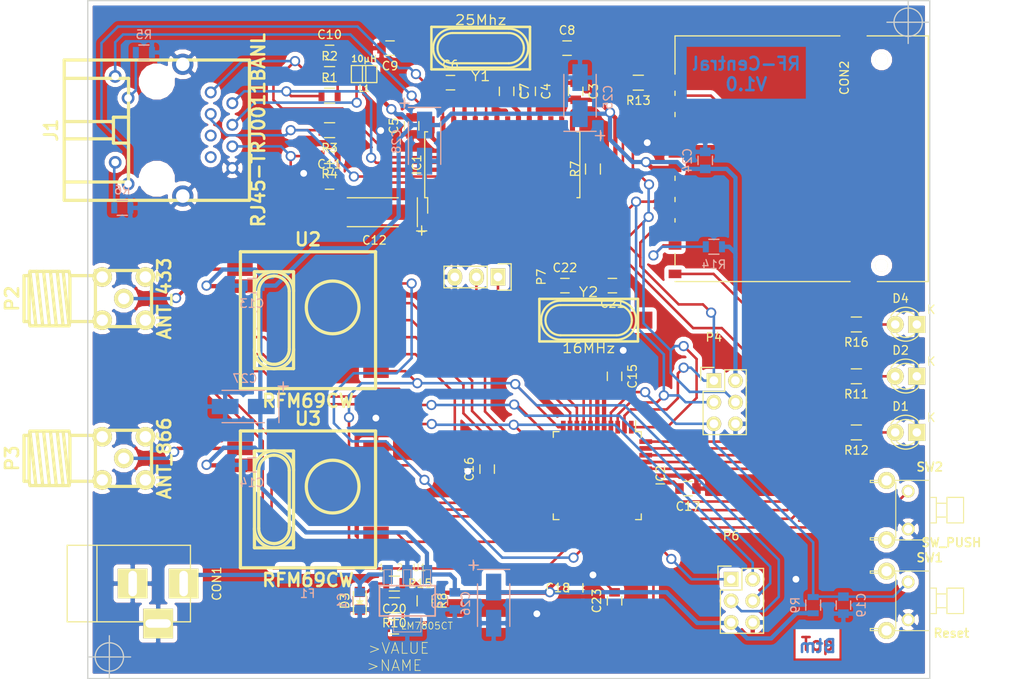
<source format=kicad_pcb>
(kicad_pcb (version 4) (host pcbnew 4.0.1-stable)
  (layers (0 F.Cu signal) (31 B.Cu signal) (34 B.Paste user hide) (35 F.Paste user hide) (36 B.SilkS user) (37 F.SilkS user) (38 B.Mask user hide) (39 F.Mask user hide) (44 Edge.Cuts user))
  (net 0 "")
  (net 1 GND)
  (net 2 +3V3)
  (net 3 "Net-(C8-Pad1)")
  (net 4 "Net-(C9-Pad1)")
  (net 5 "Net-(C10-Pad2)")
  (net 6 "Net-(CON1-Pad1)")
  (net 7 "Net-(D1-Pad2)")
  (net 8 "Net-(D2-Pad2)")
  (net 9 /Controller_USB_SD/IRQ_LAN)
  (net 10 /Controller_USB_SD/MISO_LAN)
  (net 11 /Controller_USB_SD/MOSI_LAN)
  (net 12 /Controller_USB_SD/SCK_LAN)
  (net 13 "Net-(IC1-Pad12)")
  (net 14 "Net-(IC1-Pad13)")
  (net 15 "Net-(IC1-Pad14)")
  (net 16 "Net-(IC1-Pad16)")
  (net 17 "Net-(IC1-Pad17)")
  (net 18 "Net-(IC1-Pad27)")
  (net 19 "Net-(IC2-Pad9)")
  (net 20 "Net-(IC2-Pad10)")
  (net 21 /Controller_USB_SD/MISO_RF)
  (net 22 /Controller_USB_SD/MOSI_RF)
  (net 23 /Controller_USB_SD/SCK_RF)
  (net 24 /Controller_USB_SD/DIO2_433)
  (net 25 /Controller_USB_SD/DIO2_866)
  (net 26 /Controller_USB_SD/DIO5_866)
  (net 27 /Controller_USB_SD/DIO1_866)
  (net 28 /Controller_USB_SD/DIO0_866)
  (net 29 /Controller_USB_SD/DIO5_433)
  (net 30 /Controller_USB_SD/DIO1_433)
  (net 31 /Controller_USB_SD/DIO0_433)
  (net 32 /Controller_USB_SD/CS_RF433)
  (net 33 /Controller_USB_SD/CS_RF866)
  (net 34 "Net-(P2-Pad1)")
  (net 35 "Net-(P3-Pad1)")
  (net 36 "Net-(C1-Pad1)")
  (net 37 "Net-(C11-Pad2)")
  (net 38 "Net-(C12-Pad1)")
  (net 39 "Net-(C20-Pad2)")
  (net 40 "Net-(C21-Pad1)")
  (net 41 "Net-(C22-Pad1)")
  (net 42 "Net-(C23-Pad2)")
  (net 43 "Net-(CON2-Pad1)")
  (net 44 "Net-(CON2-Pad8)")
  (net 45 "Net-(CON2-Pad9)")
  (net 46 "Net-(CON2-Pad10)")
  (net 47 "Net-(CON2-Pad11)")
  (net 48 "Net-(IC1-Pad26)")
  (net 49 "Net-(IC2-Pad36)")
  (net 50 "Net-(IC2-Pad37)")
  (net 51 "Net-(C19-Pad2)")
  (net 52 /Controller_USB_SD/Reset_RF)
  (net 53 /Controller_USB_SD/CS_LAN)
  (net 54 "Net-(IC2-Pad35)")
  (net 55 "Net-(D4-Pad2)")
  (net 56 "Net-(IC2-Pad34)")
  (net 57 CS_EXT)
  (net 58 "Net-(J1-Pad10)")
  (net 59 "Net-(J1-Pad11)")
  (net 60 "Net-(D3-Pad2)")
  (module w_rf_modules:RFM12B_SMD (layer F.Cu) (at 129.032 87.884)
    (fp_text reference U2 (at 0 -9.4996) (layer F.SilkS) (effects (font (thickness 0.3048))))
    (fp_text value RFM69CW (at 0 9.4996) (layer F.SilkS) (effects (font (thickness 0.3048))))
    (pad 1 smd rect (at -7.99846 -5.99948) (size 2.9972 1.59766) (layers F.Cu F.Paste F.Mask) (net 34 "Net-(P2-Pad1)"))
    (pad 2 smd rect (at -8.001 -4.0005) (size 2.9972 1.59766) (layers F.Cu F.Paste F.Mask) (net 2 +3V3))
    (pad 3 smd rect (at -8.001 -1.99898) (size 2.9972 1.59766) (layers F.Cu F.Paste F.Mask))
    (pad 4 smd rect (at -8.001 0) (size 2.9972 1.59766) (layers F.Cu F.Paste F.Mask))
    (pad 5 smd rect (at -8.001 1.99898) (size 2.9972 1.59766) (layers F.Cu F.Paste F.Mask) (net 22 /Controller_USB_SD/MOSI_RF))
    (pad 6 smd rect (at -8.001 4.0005) (size 2.9972 1.59766) (layers F.Cu F.Paste F.Mask) (net 23 /Controller_USB_SD/SCK_RF))
    (pad 7 smd rect (at -8.001 5.99948) (size 2.9972 1.59766) (layers F.Cu F.Paste F.Mask) (net 32 /Controller_USB_SD/CS_RF433))
    (pad 8 smd rect (at 8.001 5.99948) (size 2.9972 1.59766) (layers F.Cu F.Paste F.Mask) (net 21 /Controller_USB_SD/MISO_RF))
    (pad 9 smd rect (at 8.001 4.0005) (size 2.9972 1.59766) (layers F.Cu F.Paste F.Mask) (net 31 /Controller_USB_SD/DIO0_433))
    (pad 10 smd rect (at 8.001 1.99898) (size 2.9972 1.59766) (layers F.Cu F.Paste F.Mask) (net 24 /Controller_USB_SD/DIO2_433))
    (pad 11 smd rect (at 8.001 0) (size 2.9972 1.59766) (layers F.Cu F.Paste F.Mask) (net 30 /Controller_USB_SD/DIO1_433))
    (pad 12 smd rect (at 8.001 -1.99898) (size 2.9972 1.59766) (layers F.Cu F.Paste F.Mask) (net 29 /Controller_USB_SD/DIO5_433))
    (pad 13 smd rect (at 8.001 -4.0005) (size 2.9972 1.59766) (layers F.Cu F.Paste F.Mask) (net 52 /Controller_USB_SD/Reset_RF))
    (pad 14 smd rect (at 8.001 -5.99948) (size 2.9972 1.59766) (layers F.Cu F.Paste F.Mask) (net 1 GND))
  )
  (module Connect:SD_Card_Receptacle (layer F.Cu) (at 172.212 69.342 90)
    (fp_text reference CON2 (at 9.96386 19.9312 90) (layer F.SilkS))
    (fp_text value SD_Card)
    (pad 1 smd rect (at 6.875 0 90) (size 1 1.5) (layers F.Cu F.Paste F.Mask) (net 43 "Net-(CON2-Pad1)"))
    (pad 2 smd rect (at 4.375 0 90) (size 1 1.5) (layers F.Cu F.Paste F.Mask) (net 11 /Controller_USB_SD/MOSI_LAN))
    (pad 3 smd rect (at 1.075 0 90) (size 1 1.5) (layers F.Cu F.Paste F.Mask) (net 1 GND))
    (pad 4 smd rect (at -0.625 0 90) (size 1 1.5) (layers F.Cu F.Paste F.Mask) (net 2 +3V3))
    (pad 5 smd rect (at -3.125 0 90) (size 1 1.5) (layers F.Cu F.Paste F.Mask) (net 12 /Controller_USB_SD/SCK_LAN))
    (pad 6 smd rect (at -5.625 0 90) (size 1 1.5) (layers F.Cu F.Paste F.Mask) (net 1 GND))
    (pad 7 smd rect (at -8.05 0 90) (size 1 1.5) (layers F.Cu F.Paste F.Mask) (net 10 /Controller_USB_SD/MISO_LAN))
    (pad 8 smd rect (at -9.75 0 90) (size 1 1.5) (layers F.Cu F.Paste F.Mask) (net 44 "Net-(CON2-Pad8)"))
    (pad 9 smd rect (at 9.375 0 90) (size 1 1.5) (layers F.Cu F.Paste F.Mask) (net 45 "Net-(CON2-Pad9)"))
    (pad 10 smd rect (at 2.725 0 90) (size 1 1.5) (layers F.Cu F.Paste F.Mask) (net 46 "Net-(CON2-Pad10)"))
    (pad 11 smd rect (at -13.1 0 90) (size 1 1.5) (layers F.Cu F.Paste F.Mask) (net 47 "Net-(CON2-Pad11)"))
    (pad 12 smd rect (at 14.4 21 90) (size 1.2 2.2) (layers F.Cu F.Paste F.Mask) (net 1 GND))
    (pad 13 smd rect (at -13.6 22.2 90) (size 1.2 2.2) (layers F.Cu F.Paste F.Mask) (net 1 GND))
    (pad "" np_thru_hole circle (at 12.1 24.3 90) (size 1.5 1.5) (drill 1.5) (layers *.Cu *.Mask F.SilkS))
    (pad "" np_thru_hole circle (at -12.1 24.3 90) (size 1.5 1.5) (drill 1.5) (layers *.Cu *.Mask F.SilkS))
  )
  (module LEDs:LED_0805 (layer F.Cu) (at 135.128 120.904 90)
    (fp_text reference D3 (at 0 -1.75 90) (layer F.SilkS))
    (fp_text value LED)
    (pad 2 smd rect (at 1.04902 0 270) (size 1.19888 1.19888) (layers F.Cu F.Paste F.Mask) (net 60 "Net-(D3-Pad2)"))
    (pad 1 smd rect (at -1.04902 0 270) (size 1.19888 1.19888) (layers F.Cu F.Paste F.Mask) (net 1 GND))
  )
  (module Capacitors_SMD:C_0805 (layer F.Cu) (at 160.528 60.96 270)
    (fp_text reference C3 (at 0 -2.1 270) (layer F.SilkS))
    (fp_text value 100nF)
    (pad 1 smd rect (at -1 0 270) (size 1 1.25) (layers F.Cu F.Paste F.Mask) (net 1 GND))
    (pad 2 smd rect (at 1 0 270) (size 1 1.25) (layers F.Cu F.Paste F.Mask) (net 2 +3V3))
  )
  (module Housings_SOIC:SOIC-28_7.5x17.9mm_Pitch1.27mm (layer F.Cu) (at 151.892 69.596 90)
    (fp_text reference IC1 (at 0 -10.05 90) (layer F.SilkS))
    (fp_text value ENC28J60-I/SO)
    (pad 1 smd rect (at -4.7 -8.255 90) (size 2 0.6) (layers F.Cu F.Paste F.Mask) (net 38 "Net-(C12-Pad1)"))
    (pad 2 smd rect (at -4.7 -6.985 90) (size 2 0.6) (layers F.Cu F.Paste F.Mask) (net 1 GND))
    (pad 3 smd rect (at -4.7 -5.715 90) (size 2 0.6) (layers F.Cu F.Paste F.Mask))
    (pad 4 smd rect (at -4.7 -4.445 90) (size 2 0.6) (layers F.Cu F.Paste F.Mask) (net 9 /Controller_USB_SD/IRQ_LAN))
    (pad 5 smd rect (at -4.7 -3.175 90) (size 2 0.6) (layers F.Cu F.Paste F.Mask))
    (pad 6 smd rect (at -4.7 -1.905 90) (size 2 0.6) (layers F.Cu F.Paste F.Mask) (net 10 /Controller_USB_SD/MISO_LAN))
    (pad 7 smd rect (at -4.7 -0.635 90) (size 2 0.6) (layers F.Cu F.Paste F.Mask) (net 11 /Controller_USB_SD/MOSI_LAN))
    (pad 8 smd rect (at -4.7 0.635 90) (size 2 0.6) (layers F.Cu F.Paste F.Mask) (net 12 /Controller_USB_SD/SCK_LAN))
    (pad 9 smd rect (at -4.7 1.905 90) (size 2 0.6) (layers F.Cu F.Paste F.Mask) (net 53 /Controller_USB_SD/CS_LAN))
    (pad 10 smd rect (at -4.7 3.175 90) (size 2 0.6) (layers F.Cu F.Paste F.Mask) (net 2 +3V3))
    (pad 11 smd rect (at -4.7 4.445 90) (size 2 0.6) (layers F.Cu F.Paste F.Mask) (net 1 GND))
    (pad 12 smd rect (at -4.7 5.715 90) (size 2 0.6) (layers F.Cu F.Paste F.Mask) (net 13 "Net-(IC1-Pad12)"))
    (pad 13 smd rect (at -4.7 6.985 90) (size 2 0.6) (layers F.Cu F.Paste F.Mask) (net 14 "Net-(IC1-Pad13)"))
    (pad 14 smd rect (at -4.7 8.255 90) (size 2 0.6) (layers F.Cu F.Paste F.Mask) (net 15 "Net-(IC1-Pad14)"))
    (pad 15 smd rect (at 4.7 8.255 90) (size 2 0.6) (layers F.Cu F.Paste F.Mask) (net 2 +3V3))
    (pad 16 smd rect (at 4.7 6.985 90) (size 2 0.6) (layers F.Cu F.Paste F.Mask) (net 16 "Net-(IC1-Pad16)"))
    (pad 17 smd rect (at 4.7 5.715 90) (size 2 0.6) (layers F.Cu F.Paste F.Mask) (net 17 "Net-(IC1-Pad17)"))
    (pad 18 smd rect (at 4.7 4.445 90) (size 2 0.6) (layers F.Cu F.Paste F.Mask) (net 1 GND))
    (pad 19 smd rect (at 4.7 3.175 90) (size 2 0.6) (layers F.Cu F.Paste F.Mask) (net 2 +3V3))
    (pad 20 smd rect (at 4.7 1.905 90) (size 2 0.6) (layers F.Cu F.Paste F.Mask) (net 2 +3V3))
    (pad 21 smd rect (at 4.7 0.635 90) (size 2 0.6) (layers F.Cu F.Paste F.Mask) (net 1 GND))
    (pad 22 smd rect (at 4.7 -0.635 90) (size 2 0.6) (layers F.Cu F.Paste F.Mask) (net 1 GND))
    (pad 23 smd rect (at 4.7 -1.905 90) (size 2 0.6) (layers F.Cu F.Paste F.Mask) (net 3 "Net-(C8-Pad1)"))
    (pad 24 smd rect (at 4.7 -3.175 90) (size 2 0.6) (layers F.Cu F.Paste F.Mask) (net 4 "Net-(C9-Pad1)"))
    (pad 25 smd rect (at 4.7 -4.445 90) (size 2 0.6) (layers F.Cu F.Paste F.Mask) (net 2 +3V3))
    (pad 26 smd rect (at 4.7 -5.715 90) (size 2 0.6) (layers F.Cu F.Paste F.Mask) (net 48 "Net-(IC1-Pad26)"))
    (pad 27 smd rect (at 4.7 -6.985 90) (size 2 0.6) (layers F.Cu F.Paste F.Mask) (net 18 "Net-(IC1-Pad27)"))
    (pad 28 smd rect (at 4.7 -8.255 90) (size 2 0.6) (layers F.Cu F.Paste F.Mask) (net 2 +3V3))
  )
  (module TRXCOM:trj0011banl (layer F.Cu) (at 111.25 65.532 270)
    (fp_text reference J1 (at 0 12.446 270) (layer F.SilkS) (effects (font (thickness 0.3048))))
    (fp_text value RJ45-TRJ0011BANL (at 0 -11.938 270) (layer F.SilkS) (effects (font (thickness 0.3048))))
    (pad 3 thru_hole circle (at -1.905 -6.34 270) (size 1.4 1.4) (drill 0.9) (layers *.Cu *.Mask) (net 14 "Net-(IC1-Pad13)"))
    (pad 1 thru_hole circle (at -4.445 -6.34 270) (size 1.4 1.4) (drill 0.9) (layers *.Cu *.Mask) (net 17 "Net-(IC1-Pad17)"))
    (pad 2 thru_hole circle (at -3.175 -8.88 270) (size 1.4 1.4) (drill 0.9) (layers *.Cu *.Mask) (net 16 "Net-(IC1-Pad16)"))
    (pad 4 thru_hole circle (at -0.635 -8.88 270) (size 1.4 1.4) (drill 0.9) (layers *.Cu *.Mask) (net 5 "Net-(C10-Pad2)"))
    (pad 5 thru_hole circle (at 0.635 -6.34 270) (size 1.4 1.4) (drill 0.9) (layers *.Cu *.Mask))
    (pad 6 thru_hole circle (at 1.905 -8.88 270) (size 1.4 1.4) (drill 0.9) (layers *.Cu *.Mask) (net 13 "Net-(IC1-Pad12)"))
    (pad 7 thru_hole circle (at 3.175 -6.34 270) (size 1.4 1.4) (drill 0.9) (layers *.Cu *.Mask))
    (pad 8 thru_hole circle (at 4.445 -8.88 270) (size 1.4 1.4) (drill 0.9) (layers *.Cu *.Mask) (net 1 GND))
    (pad 13 thru_hole circle (at -7.75 -3.05 270) (size 2.5 2.5) (drill 1.6) (layers *.Cu *.Mask) (net 1 GND))
    (pad 13 thru_hole circle (at 7.75 -3.05 270) (size 2.5 2.5) (drill 1.6) (layers *.Cu *.Mask) (net 1 GND))
    (pad "" np_thru_hole circle (at -5.715 0 270) (size 3.25 3.25) (drill 3.25) (layers *.Cu))
    (pad "" np_thru_hole circle (at 5.715 0 270) (size 3.25 3.25) (drill 3.25) (layers *.Cu))
    (pad 11 thru_hole circle (at 3.785 4.9 270) (size 1.5 1.5) (drill 0.9) (layers *.Cu *.Mask) (net 59 "Net-(J1-Pad11)"))
    (pad 12 thru_hole circle (at 6.325 3.38 270) (size 1.5 1.5) (drill 0.9) (layers *.Cu *.Mask) (net 48 "Net-(IC1-Pad26)"))
    (pad 9 thru_hole circle (at -6.325 4.9 270) (size 1.5 1.5) (drill 0.9) (layers *.Cu *.Mask) (net 18 "Net-(IC1-Pad27)"))
    (pad 10 thru_hole circle (at -3.785 3.38 270) (size 1.5 1.5) (drill 0.9) (layers *.Cu *.Mask) (net 58 "Net-(J1-Pad10)"))
  )
  (module Capacitors_SMD:C_0805 (layer F.Cu) (at 165.1 120.904 90)
    (fp_text reference C23 (at 0 -2.1 90) (layer F.SilkS))
    (fp_text value 100nF)
    (pad 1 smd rect (at -1 0 90) (size 1 1.25) (layers F.Cu F.Paste F.Mask) (net 1 GND))
    (pad 2 smd rect (at 1 0 90) (size 1 1.25) (layers F.Cu F.Paste F.Mask) (net 42 "Net-(C23-Pad2)"))
  )
  (module w_rf_modules:RFM12B_SMD (layer F.Cu) (at 129.032 108.966)
    (fp_text reference U3 (at 0 -9.4996) (layer F.SilkS) (effects (font (thickness 0.3048))))
    (fp_text value RFM69CW (at 0 9.4996) (layer F.SilkS) (effects (font (thickness 0.3048))))
    (pad 1 smd rect (at -7.99846 -5.99948) (size 2.9972 1.59766) (layers F.Cu F.Paste F.Mask) (net 35 "Net-(P3-Pad1)"))
    (pad 2 smd rect (at -8.001 -4.0005) (size 2.9972 1.59766) (layers F.Cu F.Paste F.Mask) (net 2 +3V3))
    (pad 3 smd rect (at -8.001 -1.99898) (size 2.9972 1.59766) (layers F.Cu F.Paste F.Mask))
    (pad 4 smd rect (at -8.001 0) (size 2.9972 1.59766) (layers F.Cu F.Paste F.Mask))
    (pad 5 smd rect (at -8.001 1.99898) (size 2.9972 1.59766) (layers F.Cu F.Paste F.Mask) (net 22 /Controller_USB_SD/MOSI_RF))
    (pad 6 smd rect (at -8.001 4.0005) (size 2.9972 1.59766) (layers F.Cu F.Paste F.Mask) (net 23 /Controller_USB_SD/SCK_RF))
    (pad 7 smd rect (at -8.001 5.99948) (size 2.9972 1.59766) (layers F.Cu F.Paste F.Mask) (net 33 /Controller_USB_SD/CS_RF866))
    (pad 8 smd rect (at 8.001 5.99948) (size 2.9972 1.59766) (layers F.Cu F.Paste F.Mask) (net 21 /Controller_USB_SD/MISO_RF))
    (pad 9 smd rect (at 8.001 4.0005) (size 2.9972 1.59766) (layers F.Cu F.Paste F.Mask) (net 28 /Controller_USB_SD/DIO0_866))
    (pad 10 smd rect (at 8.001 1.99898) (size 2.9972 1.59766) (layers F.Cu F.Paste F.Mask) (net 25 /Controller_USB_SD/DIO2_866))
    (pad 11 smd rect (at 8.001 0) (size 2.9972 1.59766) (layers F.Cu F.Paste F.Mask) (net 27 /Controller_USB_SD/DIO1_866))
    (pad 12 smd rect (at 8.001 -1.99898) (size 2.9972 1.59766) (layers F.Cu F.Paste F.Mask) (net 26 /Controller_USB_SD/DIO5_866))
    (pad 13 smd rect (at 8.001 -4.0005) (size 2.9972 1.59766) (layers F.Cu F.Paste F.Mask) (net 52 /Controller_USB_SD/Reset_RF))
    (pad 14 smd rect (at 8.001 -5.99948) (size 2.9972 1.59766) (layers F.Cu F.Paste F.Mask) (net 1 GND))
  )
  (module Housings_QFP:TQFP-44_10x10mm_Pitch0.8mm (layer F.Cu) (at 163.068 106.172 270)
    (fp_text reference IC2 (at 0 -7.45 270) (layer F.SilkS))
    (fp_text value ATMEGA1284P-A)
    (pad 1 smd rect (at -5.7 -4 270) (size 1.5 0.55) (layers F.Cu F.Paste F.Mask) (net 11 /Controller_USB_SD/MOSI_LAN))
    (pad 2 smd rect (at -5.7 -3.2 270) (size 1.5 0.55) (layers F.Cu F.Paste F.Mask) (net 10 /Controller_USB_SD/MISO_LAN))
    (pad 3 smd rect (at -5.7 -2.4 270) (size 1.5 0.55) (layers F.Cu F.Paste F.Mask) (net 12 /Controller_USB_SD/SCK_LAN))
    (pad 4 smd rect (at -5.7 -1.6 270) (size 1.5 0.55) (layers F.Cu F.Paste F.Mask) (net 51 "Net-(C19-Pad2)"))
    (pad 5 smd rect (at -5.7 -0.8 270) (size 1.5 0.55) (layers F.Cu F.Paste F.Mask) (net 2 +3V3))
    (pad 6 smd rect (at -5.7 0 270) (size 1.5 0.55) (layers F.Cu F.Paste F.Mask) (net 1 GND))
    (pad 7 smd rect (at -5.7 0.8 270) (size 1.5 0.55) (layers F.Cu F.Paste F.Mask) (net 40 "Net-(C21-Pad1)"))
    (pad 8 smd rect (at -5.7 1.6 270) (size 1.5 0.55) (layers F.Cu F.Paste F.Mask) (net 41 "Net-(C22-Pad1)"))
    (pad 9 smd rect (at -5.7 2.4 270) (size 1.5 0.55) (layers F.Cu F.Paste F.Mask) (net 19 "Net-(IC2-Pad9)"))
    (pad 10 smd rect (at -5.7 3.2 270) (size 1.5 0.55) (layers F.Cu F.Paste F.Mask) (net 20 "Net-(IC2-Pad10)"))
    (pad 11 smd rect (at -5.7 4 270) (size 1.5 0.55) (layers F.Cu F.Paste F.Mask) (net 21 /Controller_USB_SD/MISO_RF))
    (pad 12 smd rect (at -4 5.7) (size 1.5 0.55) (layers F.Cu F.Paste F.Mask) (net 22 /Controller_USB_SD/MOSI_RF))
    (pad 13 smd rect (at -3.2 5.7) (size 1.5 0.55) (layers F.Cu F.Paste F.Mask) (net 23 /Controller_USB_SD/SCK_RF))
    (pad 14 smd rect (at -2.4 5.7) (size 1.5 0.55) (layers F.Cu F.Paste F.Mask) (net 29 /Controller_USB_SD/DIO5_433))
    (pad 15 smd rect (at -1.6 5.7) (size 1.5 0.55) (layers F.Cu F.Paste F.Mask) (net 30 /Controller_USB_SD/DIO1_433))
    (pad 16 smd rect (at -0.8 5.7) (size 1.5 0.55) (layers F.Cu F.Paste F.Mask) (net 24 /Controller_USB_SD/DIO2_433))
    (pad 17 smd rect (at 0 5.7) (size 1.5 0.55) (layers F.Cu F.Paste F.Mask) (net 2 +3V3))
    (pad 18 smd rect (at 0.8 5.7) (size 1.5 0.55) (layers F.Cu F.Paste F.Mask) (net 1 GND))
    (pad 19 smd rect (at 1.6 5.7) (size 1.5 0.55) (layers F.Cu F.Paste F.Mask) (net 31 /Controller_USB_SD/DIO0_433))
    (pad 20 smd rect (at 2.4 5.7) (size 1.5 0.55) (layers F.Cu F.Paste F.Mask) (net 32 /Controller_USB_SD/CS_RF433))
    (pad 21 smd rect (at 3.2 5.7) (size 1.5 0.55) (layers F.Cu F.Paste F.Mask) (net 26 /Controller_USB_SD/DIO5_866))
    (pad 22 smd rect (at 4 5.7) (size 1.5 0.55) (layers F.Cu F.Paste F.Mask) (net 27 /Controller_USB_SD/DIO1_866))
    (pad 23 smd rect (at 5.7 4 270) (size 1.5 0.55) (layers F.Cu F.Paste F.Mask) (net 25 /Controller_USB_SD/DIO2_866))
    (pad 24 smd rect (at 5.7 3.2 270) (size 1.5 0.55) (layers F.Cu F.Paste F.Mask) (net 28 /Controller_USB_SD/DIO0_866))
    (pad 25 smd rect (at 5.7 2.4 270) (size 1.5 0.55) (layers F.Cu F.Paste F.Mask) (net 33 /Controller_USB_SD/CS_RF866))
    (pad 26 smd rect (at 5.7 1.6 270) (size 1.5 0.55) (layers F.Cu F.Paste F.Mask) (net 52 /Controller_USB_SD/Reset_RF))
    (pad 27 smd rect (at 5.7 0.8 270) (size 1.5 0.55) (layers F.Cu F.Paste F.Mask) (net 2 +3V3))
    (pad 28 smd rect (at 5.7 0 270) (size 1.5 0.55) (layers F.Cu F.Paste F.Mask) (net 1 GND))
    (pad 29 smd rect (at 5.7 -0.8 270) (size 1.5 0.55) (layers F.Cu F.Paste F.Mask) (net 42 "Net-(C23-Pad2)"))
    (pad 30 smd rect (at 5.7 -1.6 270) (size 1.5 0.55) (layers F.Cu F.Paste F.Mask) (net 39 "Net-(C20-Pad2)"))
    (pad 31 smd rect (at 5.7 -2.4 270) (size 1.5 0.55) (layers F.Cu F.Paste F.Mask))
    (pad 32 smd rect (at 5.7 -3.2 270) (size 1.5 0.55) (layers F.Cu F.Paste F.Mask))
    (pad 33 smd rect (at 5.7 -4 270) (size 1.5 0.55) (layers F.Cu F.Paste F.Mask) (net 57 CS_EXT))
    (pad 34 smd rect (at 4 -5.7) (size 1.5 0.55) (layers F.Cu F.Paste F.Mask) (net 56 "Net-(IC2-Pad34)"))
    (pad 35 smd rect (at 3.2 -5.7) (size 1.5 0.55) (layers F.Cu F.Paste F.Mask) (net 54 "Net-(IC2-Pad35)"))
    (pad 36 smd rect (at 2.4 -5.7) (size 1.5 0.55) (layers F.Cu F.Paste F.Mask) (net 49 "Net-(IC2-Pad36)"))
    (pad 37 smd rect (at 1.6 -5.7) (size 1.5 0.55) (layers F.Cu F.Paste F.Mask) (net 50 "Net-(IC2-Pad37)"))
    (pad 38 smd rect (at 0.8 -5.7) (size 1.5 0.55) (layers F.Cu F.Paste F.Mask) (net 2 +3V3))
    (pad 39 smd rect (at 0 -5.7) (size 1.5 0.55) (layers F.Cu F.Paste F.Mask) (net 1 GND))
    (pad 40 smd rect (at -0.8 -5.7) (size 1.5 0.55) (layers F.Cu F.Paste F.Mask) (net 53 /Controller_USB_SD/CS_LAN))
    (pad 41 smd rect (at -1.6 -5.7) (size 1.5 0.55) (layers F.Cu F.Paste F.Mask) (net 43 "Net-(CON2-Pad1)"))
    (pad 42 smd rect (at -2.4 -5.7) (size 1.5 0.55) (layers F.Cu F.Paste F.Mask) (net 46 "Net-(CON2-Pad10)"))
    (pad 43 smd rect (at -3.2 -5.7) (size 1.5 0.55) (layers F.Cu F.Paste F.Mask) (net 47 "Net-(CON2-Pad11)"))
    (pad 44 smd rect (at -4 -5.7) (size 1.5 0.55) (layers F.Cu F.Paste F.Mask) (net 9 /Controller_USB_SD/IRQ_LAN))
  )
  (module Capacitors_SMD:C_0805 (layer B.Cu) (at 135.128 120.904 270)
    (fp_text reference C1 (at 0 2.1 270) (layer B.SilkS) (effects (justify mirror)))
    (fp_text value 330nF)
    (pad 1 smd rect (at -1 0 270) (size 1 1.25) (layers B.Cu B.Paste B.Mask) (net 36 "Net-(C1-Pad1)"))
    (pad 2 smd rect (at 1 0 270) (size 1 1.25) (layers B.Cu B.Paste B.Mask) (net 1 GND))
  )
  (module Capacitors_SMD:C_0805 (layer B.Cu) (at 146.304 120.904 270)
    (fp_text reference C2 (at 0 2.1 270) (layer B.SilkS) (effects (justify mirror)))
    (fp_text value 100nF)
    (pad 1 smd rect (at -1 0 270) (size 1 1.25) (layers B.Cu B.Paste B.Mask) (net 2 +3V3))
    (pad 2 smd rect (at 1 0 270) (size 1 1.25) (layers B.Cu B.Paste B.Mask) (net 1 GND))
  )
  (module Capacitors_SMD:C_0805 (layer F.Cu) (at 154.94 60.96 270)
    (fp_text reference C4 (at 0 -2.1 270) (layer F.SilkS))
    (fp_text value 100nF)
    (pad 1 smd rect (at -1 0 270) (size 1 1.25) (layers F.Cu F.Paste F.Mask) (net 1 GND))
    (pad 2 smd rect (at 1 0 270) (size 1 1.25) (layers F.Cu F.Paste F.Mask) (net 2 +3V3))
  )
  (module Capacitors_SMD:C_0805 (layer F.Cu) (at 141.224 65.024 90)
    (fp_text reference C5 (at 0 -2.1 90) (layer F.SilkS))
    (fp_text value 100nF)
    (pad 1 smd rect (at -1 0 90) (size 1 1.25) (layers F.Cu F.Paste F.Mask) (net 1 GND))
    (pad 2 smd rect (at 1 0 90) (size 1 1.25) (layers F.Cu F.Paste F.Mask) (net 2 +3V3))
  )
  (module Capacitors_SMD:C_0805 (layer F.Cu) (at 145.796 59.944)
    (fp_text reference C6 (at 0 -2.1) (layer F.SilkS))
    (fp_text value 100nF)
    (pad 1 smd rect (at -1 0) (size 1 1.25) (layers F.Cu F.Paste F.Mask) (net 1 GND))
    (pad 2 smd rect (at 1 0) (size 1 1.25) (layers F.Cu F.Paste F.Mask) (net 2 +3V3))
  )
  (module Capacitors_SMD:C_0805 (layer F.Cu) (at 152.4 60.96 270)
    (fp_text reference C7 (at 0 -2.1 270) (layer F.SilkS))
    (fp_text value 100nF)
    (pad 1 smd rect (at -1 0 270) (size 1 1.25) (layers F.Cu F.Paste F.Mask) (net 1 GND))
    (pad 2 smd rect (at 1 0 270) (size 1 1.25) (layers F.Cu F.Paste F.Mask) (net 2 +3V3))
  )
  (module Capacitors_SMD:C_0805 (layer F.Cu) (at 159.512 55.88)
    (fp_text reference C8 (at 0 -2.1) (layer F.SilkS))
    (fp_text value 22pF)
    (pad 1 smd rect (at -1 0) (size 1 1.25) (layers F.Cu F.Paste F.Mask) (net 3 "Net-(C8-Pad1)"))
    (pad 2 smd rect (at 1 0) (size 1 1.25) (layers F.Cu F.Paste F.Mask) (net 1 GND))
  )
  (module Capacitors_SMD:C_0805 (layer F.Cu) (at 131.572 56.388)
    (fp_text reference C10 (at 0 -2.1) (layer F.SilkS))
    (fp_text value 100nF)
    (pad 1 smd rect (at -1 0) (size 1 1.25) (layers F.Cu F.Paste F.Mask) (net 1 GND))
    (pad 2 smd rect (at 1 0) (size 1 1.25) (layers F.Cu F.Paste F.Mask) (net 5 "Net-(C10-Pad2)"))
  )
  (module Capacitors_SMD:C_0805 (layer F.Cu) (at 131.572 71.628)
    (fp_text reference C11 (at 0 -2.1) (layer F.SilkS))
    (fp_text value 10nF)
    (pad 1 smd rect (at -1 0) (size 1 1.25) (layers F.Cu F.Paste F.Mask) (net 1 GND))
    (pad 2 smd rect (at 1 0) (size 1 1.25) (layers F.Cu F.Paste F.Mask) (net 37 "Net-(C11-Pad2)"))
  )
  (module Capacitors_SMD:C_0805 (layer B.Cu) (at 122.428 83.82)
    (fp_text reference C13 (at 0 2.1) (layer B.SilkS) (effects (justify mirror)))
    (fp_text value 100nF)
    (pad 1 smd rect (at -1 0) (size 1 1.25) (layers B.Cu B.Paste B.Mask) (net 1 GND))
    (pad 2 smd rect (at 1 0) (size 1 1.25) (layers B.Cu B.Paste B.Mask) (net 2 +3V3))
  )
  (module Capacitors_SMD:C_0805 (layer B.Cu) (at 122.428 104.902)
    (fp_text reference C14 (at 0 2.1) (layer B.SilkS) (effects (justify mirror)))
    (fp_text value 100nF)
    (pad 1 smd rect (at -1 0) (size 1 1.25) (layers B.Cu B.Paste B.Mask) (net 1 GND))
    (pad 2 smd rect (at 1 0) (size 1 1.25) (layers B.Cu B.Paste B.Mask) (net 2 +3V3))
  )
  (module Capacitors_SMD:C_0805 (layer F.Cu) (at 165.1 94.488 270)
    (fp_text reference C15 (at 0 -2.1 270) (layer F.SilkS))
    (fp_text value 100nF)
    (pad 1 smd rect (at -1 0 270) (size 1 1.25) (layers F.Cu F.Paste F.Mask) (net 1 GND))
    (pad 2 smd rect (at 1 0 270) (size 1 1.25) (layers F.Cu F.Paste F.Mask) (net 2 +3V3))
  )
  (module Capacitors_SMD:C_0805 (layer F.Cu) (at 150.114 105.41 90)
    (fp_text reference C16 (at 0 -2.1 90) (layer F.SilkS))
    (fp_text value 100nF)
    (pad 1 smd rect (at -1 0 90) (size 1 1.25) (layers F.Cu F.Paste F.Mask) (net 1 GND))
    (pad 2 smd rect (at 1 0 90) (size 1 1.25) (layers F.Cu F.Paste F.Mask) (net 2 +3V3))
  )
  (module Capacitors_SMD:C_0805 (layer F.Cu) (at 173.736 107.696 180)
    (fp_text reference C17 (at 0 -2.1 180) (layer F.SilkS))
    (fp_text value 100nF)
    (pad 1 smd rect (at -1 0 180) (size 1 1.25) (layers F.Cu F.Paste F.Mask) (net 1 GND))
    (pad 2 smd rect (at 1 0 180) (size 1 1.25) (layers F.Cu F.Paste F.Mask) (net 2 +3V3))
  )
  (module Capacitors_SMD:C_0805 (layer F.Cu) (at 160.528 119.38 90)
    (fp_text reference C18 (at 0 -2.1 360) (layer F.SilkS))
    (fp_text value 100nF)
    (pad 1 smd rect (at -1 0 90) (size 1 1.25) (layers F.Cu F.Paste F.Mask) (net 1 GND))
    (pad 2 smd rect (at 1 0 90) (size 1 1.25) (layers F.Cu F.Paste F.Mask) (net 2 +3V3))
  )
  (module Connect:BARREL_JACK (layer F.Cu) (at 108.204 118.872)
    (fp_text reference CON1 (at 10.09904 0 90) (layer F.SilkS))
    (fp_text value BARREL_JACK)
    (pad 1 thru_hole rect (at 6.20014 0) (size 3.50012 3.50012) (drill oval 1.00076 2.99974) (layers *.Cu *.Mask F.SilkS) (net 6 "Net-(CON1-Pad1)"))
    (pad 2 thru_hole rect (at 0.20066 0) (size 3.50012 3.50012) (drill oval 1.00076 2.99974) (layers *.Cu *.Mask F.SilkS) (net 1 GND))
    (pad 3 thru_hole rect (at 3.2004 4.699) (size 3.50012 3.50012) (drill oval 2.99974 1.00076) (layers *.Cu *.Mask F.SilkS) (net 1 GND))
  )
  (module LEDs:LED-3MM (layer F.Cu) (at 200.66 101.092 180)
    (fp_text reference D1 (at 1.91 3.06 180) (layer F.SilkS))
    (fp_text value LED)
    (fp_text user K (at -1.69 1.74 180) (layer F.SilkS))
    (pad 1 thru_hole rect (at 0 0 270) (size 2 2) (drill 1.00076) (layers *.Cu *.Mask F.SilkS) (net 1 GND))
    (pad 2 thru_hole circle (at 2.54 0 180) (size 2 2) (drill 1.00076) (layers *.Cu *.Mask F.SilkS) (net 7 "Net-(D1-Pad2)"))
  )
  (module LEDs:LED-3MM (layer F.Cu) (at 200.66 94.488 180)
    (fp_text reference D2 (at 1.91 3.06 180) (layer F.SilkS))
    (fp_text value LED)
    (fp_text user K (at -1.69 1.74 180) (layer F.SilkS))
    (pad 1 thru_hole rect (at 0 0 270) (size 2 2) (drill 1.00076) (layers *.Cu *.Mask F.SilkS) (net 1 GND))
    (pad 2 thru_hole circle (at 2.54 0 180) (size 2 2) (drill 1.00076) (layers *.Cu *.Mask F.SilkS) (net 8 "Net-(D2-Pad2)"))
  )
  (module Fuse_Holders_and_Fuses:Fuse_SMD1206_HandSoldering (layer B.Cu) (at 129.032 117.856)
    (fp_text reference F1 (at -0.0508 2.19964) (layer B.SilkS) (effects (justify mirror)))
    (fp_text value 600mAT)
    (pad 1 smd rect (at -2.08534 0 270) (size 2.02946 2.65176) (layers B.Cu B.Paste B.Mask) (net 6 "Net-(CON1-Pad1)"))
    (pad 2 smd rect (at 2.08534 0 270) (size 2.02946 2.65176) (layers B.Cu B.Paste B.Mask) (net 36 "Net-(C1-Pad1)"))
  )
  (module w_smd_inductors:inductor_smd_0805 (layer F.Cu) (at 135.636 58.928 180)
    (fp_text reference L1 (at 0 -1.69926 180) (layer F.SilkS) (effects (font (size 0.7493 0.7493) (thickness 0.14986))))
    (fp_text value 10µH (at 0 1.80086 180) (layer F.SilkS) (effects (font (size 0.7493 0.7493) (thickness 0.14986))))
    (pad 1 smd rect (at -0.889 0 180) (size 1.016 1.778) (layers F.Cu F.Paste F.Mask) (net 2 +3V3))
    (pad 2 smd rect (at 0.889 0 180) (size 1.016 1.778) (layers F.Cu F.Paste F.Mask) (net 5 "Net-(C10-Pad2)"))
  )
  (module Pin_Headers:Pin_Header_Straight_2x03 (layer F.Cu) (at 176.784 94.996)
    (fp_text reference P4 (at 0 -5.1) (layer F.SilkS))
    (fp_text value ISP)
    (pad 1 thru_hole rect (at 0 0) (size 1.7272 1.7272) (drill 1.016) (layers *.Cu *.Mask F.SilkS) (net 10 /Controller_USB_SD/MISO_LAN))
    (pad 2 thru_hole oval (at 2.54 0) (size 1.7272 1.7272) (drill 1.016) (layers *.Cu *.Mask F.SilkS) (net 2 +3V3))
    (pad 3 thru_hole oval (at 0 2.54) (size 1.7272 1.7272) (drill 1.016) (layers *.Cu *.Mask F.SilkS) (net 12 /Controller_USB_SD/SCK_LAN))
    (pad 4 thru_hole oval (at 2.54 2.54) (size 1.7272 1.7272) (drill 1.016) (layers *.Cu *.Mask F.SilkS) (net 11 /Controller_USB_SD/MOSI_LAN))
    (pad 5 thru_hole oval (at 0 5.08) (size 1.7272 1.7272) (drill 1.016) (layers *.Cu *.Mask F.SilkS) (net 51 "Net-(C19-Pad2)"))
    (pad 6 thru_hole oval (at 2.54 5.08) (size 1.7272 1.7272) (drill 1.016) (layers *.Cu *.Mask F.SilkS) (net 1 GND))
  )
  (module Pin_Headers:Pin_Header_Straight_2x03 (layer F.Cu) (at 178.816 118.364)
    (fp_text reference P6 (at 0 -5.1) (layer F.SilkS))
    (fp_text value SPI)
    (pad 1 thru_hole rect (at 0 0) (size 1.7272 1.7272) (drill 1.016) (layers *.Cu *.Mask F.SilkS) (net 57 CS_EXT))
    (pad 2 thru_hole oval (at 2.54 0) (size 1.7272 1.7272) (drill 1.016) (layers *.Cu *.Mask F.SilkS) (net 23 /Controller_USB_SD/SCK_RF))
    (pad 3 thru_hole oval (at 0 2.54) (size 1.7272 1.7272) (drill 1.016) (layers *.Cu *.Mask F.SilkS) (net 21 /Controller_USB_SD/MISO_RF))
    (pad 4 thru_hole oval (at 2.54 2.54) (size 1.7272 1.7272) (drill 1.016) (layers *.Cu *.Mask F.SilkS) (net 22 /Controller_USB_SD/MOSI_RF))
    (pad 5 thru_hole oval (at 0 5.08) (size 1.7272 1.7272) (drill 1.016) (layers *.Cu *.Mask F.SilkS) (net 2 +3V3))
    (pad 6 thru_hole oval (at 2.54 5.08) (size 1.7272 1.7272) (drill 1.016) (layers *.Cu *.Mask F.SilkS) (net 1 GND))
  )
  (module Pin_Headers:Pin_Header_Straight_1x03 (layer F.Cu) (at 151.384 82.804 270)
    (fp_text reference P7 (at 0 -5.1 270) (layer F.SilkS))
    (fp_text value UART)
    (pad 1 thru_hole rect (at 0 0 270) (size 2.032 1.7272) (drill 1.016) (layers *.Cu *.Mask F.SilkS) (net 19 "Net-(IC2-Pad9)"))
    (pad 2 thru_hole oval (at 0 2.54 270) (size 2.032 1.7272) (drill 1.016) (layers *.Cu *.Mask F.SilkS) (net 20 "Net-(IC2-Pad10)"))
    (pad 3 thru_hole oval (at 0 5.08 270) (size 2.032 1.7272) (drill 1.016) (layers *.Cu *.Mask F.SilkS) (net 1 GND))
  )
  (module Resistors_SMD:R_0805 (layer F.Cu) (at 131.572 61.468)
    (fp_text reference R1 (at 0 -2.1) (layer F.SilkS))
    (fp_text value 49,9R)
    (pad 1 smd rect (at -0.95 0) (size 0.7 1.3) (layers F.Cu F.Paste F.Mask) (net 16 "Net-(IC1-Pad16)"))
    (pad 2 smd rect (at 0.95 0) (size 0.7 1.3) (layers F.Cu F.Paste F.Mask) (net 5 "Net-(C10-Pad2)"))
  )
  (module Resistors_SMD:R_0805 (layer F.Cu) (at 131.572 58.928)
    (fp_text reference R2 (at 0 -2.1) (layer F.SilkS))
    (fp_text value 49,9R)
    (pad 1 smd rect (at -0.95 0) (size 0.7 1.3) (layers F.Cu F.Paste F.Mask) (net 17 "Net-(IC1-Pad17)"))
    (pad 2 smd rect (at 0.95 0) (size 0.7 1.3) (layers F.Cu F.Paste F.Mask) (net 5 "Net-(C10-Pad2)"))
  )
  (module Resistors_SMD:R_0805 (layer F.Cu) (at 131.572 65.532 180)
    (fp_text reference R3 (at 0 -2.1 180) (layer F.SilkS))
    (fp_text value 49,9)
    (pad 1 smd rect (at -0.95 0 180) (size 0.7 1.3) (layers F.Cu F.Paste F.Mask) (net 37 "Net-(C11-Pad2)"))
    (pad 2 smd rect (at 0.95 0 180) (size 0.7 1.3) (layers F.Cu F.Paste F.Mask) (net 14 "Net-(IC1-Pad13)"))
  )
  (module Resistors_SMD:R_0805 (layer F.Cu) (at 131.572 68.58 180)
    (fp_text reference R4 (at 0 -2.1 180) (layer F.SilkS))
    (fp_text value 49,9R)
    (pad 1 smd rect (at -0.95 0 180) (size 0.7 1.3) (layers F.Cu F.Paste F.Mask) (net 37 "Net-(C11-Pad2)"))
    (pad 2 smd rect (at 0.95 0 180) (size 0.7 1.3) (layers F.Cu F.Paste F.Mask) (net 13 "Net-(IC1-Pad12)"))
  )
  (module Resistors_SMD:R_0805 (layer B.Cu) (at 109.728 56.388 180)
    (fp_text reference R5 (at 0 2.1 180) (layer B.SilkS) (effects (justify mirror)))
    (fp_text value 180R)
    (pad 1 smd rect (at -0.95 0 180) (size 0.7 1.3) (layers B.Cu B.Paste B.Mask) (net 1 GND))
    (pad 2 smd rect (at 0.95 0 180) (size 0.7 1.3) (layers B.Cu B.Paste B.Mask) (net 58 "Net-(J1-Pad10)"))
  )
  (module Resistors_SMD:R_0805 (layer B.Cu) (at 107.188 74.676 180)
    (fp_text reference R6 (at 0 2.1 180) (layer B.SilkS) (effects (justify mirror)))
    (fp_text value 180R)
    (pad 1 smd rect (at -0.95 0 180) (size 0.7 1.3) (layers B.Cu B.Paste B.Mask) (net 1 GND))
    (pad 2 smd rect (at 0.95 0 180) (size 0.7 1.3) (layers B.Cu B.Paste B.Mask) (net 59 "Net-(J1-Pad11)"))
  )
  (module Resistors_SMD:R_0805 (layer F.Cu) (at 162.56 70.104 90)
    (fp_text reference R7 (at 0 -2.1 90) (layer F.SilkS))
    (fp_text value 2k)
    (pad 1 smd rect (at -0.95 0 90) (size 0.7 1.3) (layers F.Cu F.Paste F.Mask) (net 15 "Net-(IC1-Pad14)"))
    (pad 2 smd rect (at 0.95 0 90) (size 0.7 1.3) (layers F.Cu F.Paste F.Mask) (net 1 GND))
  )
  (module Resistors_SMD:R_0805 (layer F.Cu) (at 142.748 120.904 270)
    (fp_text reference R8 (at 0 -2.1 270) (layer F.SilkS))
    (fp_text value R)
    (pad 1 smd rect (at -0.95 0 270) (size 0.7 1.3) (layers F.Cu F.Paste F.Mask) (net 2 +3V3))
    (pad 2 smd rect (at 0.95 0 270) (size 0.7 1.3) (layers F.Cu F.Paste F.Mask) (net 39 "Net-(C20-Pad2)"))
  )
  (module Resistors_SMD:R_0805 (layer B.Cu) (at 188.468 121.412 270)
    (fp_text reference R9 (at 0 2.1 270) (layer B.SilkS) (effects (justify mirror)))
    (fp_text value 10k)
    (pad 1 smd rect (at -0.95 0 270) (size 0.7 1.3) (layers B.Cu B.Paste B.Mask) (net 51 "Net-(C19-Pad2)"))
    (pad 2 smd rect (at 0.95 0 270) (size 0.7 1.3) (layers B.Cu B.Paste B.Mask) (net 2 +3V3))
  )
  (module Resistors_SMD:R_0805 (layer F.Cu) (at 139.192 121.412 180)
    (fp_text reference R10 (at 0 -2.1 180) (layer F.SilkS))
    (fp_text value R)
    (pad 1 smd rect (at -0.95 0 180) (size 0.7 1.3) (layers F.Cu F.Paste F.Mask) (net 39 "Net-(C20-Pad2)"))
    (pad 2 smd rect (at 0.95 0 180) (size 0.7 1.3) (layers F.Cu F.Paste F.Mask) (net 1 GND))
  )
  (module Resistors_SMD:R_0805 (layer F.Cu) (at 193.548 94.488 180)
    (fp_text reference R11 (at 0 -2.1 180) (layer F.SilkS))
    (fp_text value 180R)
    (pad 1 smd rect (at -0.95 0 180) (size 0.7 1.3) (layers F.Cu F.Paste F.Mask) (net 8 "Net-(D2-Pad2)"))
    (pad 2 smd rect (at 0.95 0 180) (size 0.7 1.3) (layers F.Cu F.Paste F.Mask) (net 49 "Net-(IC2-Pad36)"))
  )
  (module Resistors_SMD:R_0805 (layer F.Cu) (at 193.548 101.092 180)
    (fp_text reference R12 (at 0 -2.1 180) (layer F.SilkS))
    (fp_text value 180R)
    (pad 1 smd rect (at -0.95 0 180) (size 0.7 1.3) (layers F.Cu F.Paste F.Mask) (net 7 "Net-(D1-Pad2)"))
    (pad 2 smd rect (at 0.95 0 180) (size 0.7 1.3) (layers F.Cu F.Paste F.Mask) (net 54 "Net-(IC2-Pad35)"))
  )
  (module w_crystal:hc-49_smd (layer F.Cu) (at 149.352 55.88 180)
    (fp_text reference Y1 (at 0 -3.302 180) (layer F.SilkS) (effects (font (size 1.143 1.27) (thickness 0.1524))))
    (fp_text value 25Mhz (at 0 3.302 180) (layer F.SilkS) (effects (font (size 1.143 1.27) (thickness 0.1524))))
    (pad 1 smd rect (at -4.7498 0 180) (size 5.4991 1.99898) (layers F.Cu F.Paste F.Mask) (net 3 "Net-(C8-Pad1)"))
    (pad 2 smd rect (at 4.7498 0 180) (size 5.4991 1.99898) (layers F.Cu F.Paste F.Mask) (net 4 "Net-(C9-Pad1)"))
  )
  (module w_conn_rf:sma_90_r300.124.403 (layer F.Cu) (at 103.124 85.344 270)
    (fp_text reference P2 (at 0 8.9 270) (layer F.SilkS) (effects (font (thickness 0.3048))))
    (fp_text value ANT_433 (at 0 -9 270) (layer F.SilkS) (effects (font (thickness 0.3048))))
    (pad 1 thru_hole circle (at 0 -4.2418 270) (size 2.3 2.3) (drill 1.35) (layers *.Cu *.Mask F.SilkS) (net 34 "Net-(P2-Pad1)"))
    (pad 2 thru_hole circle (at 2.54 -6.7818 270) (size 2.3 2.3) (drill 1.35) (layers *.Cu *.Mask F.SilkS) (net 1 GND))
    (pad 2 thru_hole circle (at -2.54 -6.7818 270) (size 2.3 2.3) (drill 1.35) (layers *.Cu *.Mask F.SilkS) (net 1 GND))
    (pad 2 thru_hole circle (at -2.54 -1.7018 270) (size 2.3 2.3) (drill 1.35) (layers *.Cu *.Mask F.SilkS) (net 1 GND))
    (pad 2 thru_hole circle (at 2.54 -1.7018 270) (size 2.3 2.3) (drill 1.35) (layers *.Cu *.Mask F.SilkS) (net 1 GND))
  )
  (module w_conn_rf:sma_90_r300.124.403 (layer F.Cu) (at 103.124 104.14 270)
    (fp_text reference P3 (at 0 8.9 270) (layer F.SilkS) (effects (font (thickness 0.3048))))
    (fp_text value ANT_866 (at 0 -9 270) (layer F.SilkS) (effects (font (thickness 0.3048))))
    (pad 1 thru_hole circle (at 0 -4.2418 270) (size 2.3 2.3) (drill 1.35) (layers *.Cu *.Mask F.SilkS) (net 35 "Net-(P3-Pad1)"))
    (pad 2 thru_hole circle (at 2.54 -6.7818 270) (size 2.3 2.3) (drill 1.35) (layers *.Cu *.Mask F.SilkS) (net 1 GND))
    (pad 2 thru_hole circle (at -2.54 -6.7818 270) (size 2.3 2.3) (drill 1.35) (layers *.Cu *.Mask F.SilkS) (net 1 GND))
    (pad 2 thru_hole circle (at -2.54 -1.7018 270) (size 2.3 2.3) (drill 1.35) (layers *.Cu *.Mask F.SilkS) (net 1 GND))
    (pad 2 thru_hole circle (at 2.54 -1.7018 270) (size 2.3 2.3) (drill 1.35) (layers *.Cu *.Mask F.SilkS) (net 1 GND))
  )
  (module SW0773:SW_0773 (layer F.Cu) (at 199.644 120.904 180)
    (fp_text reference SW1 (at -2.54 5.08 180) (layer F.SilkS) (effects (font (size 1.016 1.016) (thickness 0.2032))))
    (fp_text value Reset (at -5.08 -3.81 180) (layer F.SilkS) (effects (font (size 1.016 1.016) (thickness 0.2032))))
    (pad 1 thru_hole circle (at 0 -2.2225 180) (size 1.50114 1.50114) (drill 1.00076) (layers *.Cu *.Mask F.SilkS) (net 1 GND))
    (pad 2 thru_hole circle (at 0 2.2225 180) (size 1.50114 1.50114) (drill 1.00076) (layers *.Cu *.Mask F.SilkS) (net 51 "Net-(C19-Pad2)"))
    (pad 3 thru_hole circle (at 2.54 -3.4925 180) (size 1.99898 1.99898) (drill 1.19888) (layers *.Cu *.Mask F.SilkS))
    (pad 3 thru_hole circle (at 2.54 3.4925 180) (size 1.99898 1.99898) (drill 1.19888) (layers *.Cu *.Mask F.SilkS))
  )
  (module SW0773:SW_0773 (layer F.Cu) (at 199.644 110.236 180)
    (fp_text reference SW2 (at -2.54 5.08 180) (layer F.SilkS) (effects (font (size 1.016 1.016) (thickness 0.2032))))
    (fp_text value SW_PUSH (at -5.08 -3.81 180) (layer F.SilkS) (effects (font (size 1.016 1.016) (thickness 0.2032))))
    (pad 1 thru_hole circle (at 0 -2.2225 180) (size 1.50114 1.50114) (drill 1.00076) (layers *.Cu *.Mask F.SilkS) (net 1 GND))
    (pad 2 thru_hole circle (at 0 2.2225 180) (size 1.50114 1.50114) (drill 1.00076) (layers *.Cu *.Mask F.SilkS) (net 56 "Net-(IC2-Pad34)"))
    (pad 3 thru_hole circle (at 2.54 -3.4925 180) (size 1.99898 1.99898) (drill 1.19888) (layers *.Cu *.Mask F.SilkS))
    (pad 3 thru_hole circle (at 2.54 3.4925 180) (size 1.99898 1.99898) (drill 1.19888) (layers *.Cu *.Mask F.SilkS))
  )
  (module Capacitors_SMD:C_0805 (layer F.Cu) (at 138.684 55.88 180)
    (fp_text reference C9 (at 0 -2.1 180) (layer F.SilkS))
    (fp_text value 22pF)
    (pad 1 smd rect (at -1 0 180) (size 1 1.25) (layers F.Cu F.Paste F.Mask) (net 4 "Net-(C9-Pad1)"))
    (pad 2 smd rect (at 1 0 180) (size 1 1.25) (layers F.Cu F.Paste F.Mask) (net 1 GND))
  )
  (module Capacitors_SMD:C_0805 (layer F.Cu) (at 139.192 123.952)
    (fp_text reference C20 (at 0 -2.1) (layer F.SilkS))
    (fp_text value 100nF)
    (pad 1 smd rect (at -1 0) (size 1 1.25) (layers F.Cu F.Paste F.Mask) (net 1 GND))
    (pad 2 smd rect (at 1 0) (size 1 1.25) (layers F.Cu F.Paste F.Mask) (net 39 "Net-(C20-Pad2)"))
  )
  (module Capacitors_SMD:C_0805 (layer F.Cu) (at 164.846 83.82 180)
    (fp_text reference C21 (at 0 -2.1 180) (layer F.SilkS))
    (fp_text value 32pF)
    (pad 1 smd rect (at -1 0 180) (size 1 1.25) (layers F.Cu F.Paste F.Mask) (net 40 "Net-(C21-Pad1)"))
    (pad 2 smd rect (at 1 0 180) (size 1 1.25) (layers F.Cu F.Paste F.Mask) (net 1 GND))
  )
  (module Capacitors_SMD:C_0805 (layer F.Cu) (at 159.258 83.82)
    (fp_text reference C22 (at 0 -2.1) (layer F.SilkS))
    (fp_text value 32pF)
    (pad 1 smd rect (at -1 0) (size 1 1.25) (layers F.Cu F.Paste F.Mask) (net 41 "Net-(C22-Pad1)"))
    (pad 2 smd rect (at 1 0) (size 1 1.25) (layers F.Cu F.Paste F.Mask) (net 1 GND))
  )
  (module Capacitors_SMD:C_0805 (layer B.Cu) (at 175.768 69.088 270)
    (fp_text reference C24 (at 0 2.1 270) (layer B.SilkS) (effects (justify mirror)))
    (fp_text value 100nF)
    (pad 1 smd rect (at -1 0 270) (size 1 1.25) (layers B.Cu B.Paste B.Mask) (net 1 GND))
    (pad 2 smd rect (at 1 0 270) (size 1 1.25) (layers B.Cu B.Paste B.Mask) (net 2 +3V3))
  )
  (module Resistors_SMD:R_0805 (layer F.Cu) (at 167.894 59.944 180)
    (fp_text reference R13 (at 0 -2.1 180) (layer F.SilkS))
    (fp_text value 180R)
    (pad 1 smd rect (at -0.95 0 180) (size 0.7 1.3) (layers F.Cu F.Paste F.Mask) (net 45 "Net-(CON2-Pad9)"))
    (pad 2 smd rect (at 0.95 0 180) (size 0.7 1.3) (layers F.Cu F.Paste F.Mask) (net 2 +3V3))
  )
  (module Resistors_SMD:R_0805 (layer B.Cu) (at 176.784 79.248)
    (fp_text reference R14 (at 0 2.1) (layer B.SilkS) (effects (justify mirror)))
    (fp_text value 180R)
    (pad 1 smd rect (at -0.95 0) (size 0.7 1.3) (layers B.Cu B.Paste B.Mask) (net 44 "Net-(CON2-Pad8)"))
    (pad 2 smd rect (at 0.95 0) (size 0.7 1.3) (layers B.Cu B.Paste B.Mask) (net 2 +3V3))
  )
  (module w_crystal:hc-49_smd (layer F.Cu) (at 162.052 87.884)
    (fp_text reference Y2 (at 0 -3.302) (layer F.SilkS) (effects (font (size 1.143 1.27) (thickness 0.1524))))
    (fp_text value 16MHz (at 0 3.302) (layer F.SilkS) (effects (font (size 1.143 1.27) (thickness 0.1524))))
    (pad 1 smd rect (at -4.7498 0) (size 5.4991 1.99898) (layers F.Cu F.Paste F.Mask) (net 41 "Net-(C22-Pad1)"))
    (pad 2 smd rect (at 4.7498 0) (size 5.4991 1.99898) (layers F.Cu F.Paste F.Mask) (net 40 "Net-(C21-Pad1)"))
  )
  (module 78xx_neu:v-reg-78xx-SOT223 (layer B.Cu) (at 140.716 120.904)
    (fp_text reference U1 (at 1.42494 -3.9116) (layer F.SilkS) (effects (font (size 0.8128 0.8128) (thickness 0.0889))))
    (fp_text value LM7805CT (at 2.3114 2.9464) (layer F.SilkS) (effects (font (size 0.8128 0.8128) (thickness 0.0889))))
    (fp_text user 1 (at -3.04546 -3.9116) (layer F.SilkS) (effects (font (size 0.8128 0.8128) (thickness 0.0889))))
    (fp_text user 2 (at -0.88392 -3.91922) (layer F.SilkS) (effects (font (size 0.8128 0.8128) (thickness 0.0889))))
    (fp_text user >NAME (at -1.524 7.62) (layer F.SilkS) (effects (font (size 1.27 1.27) (thickness 0.0889))))
    (fp_text user >VALUE (at -1.016 5.588) (layer F.SilkS) (effects (font (size 1.27 1.27) (thickness 0.0889))))
    (pad 1 smd rect (at -2.3114 -3.0988) (size 1.2192 2.2352) (layers B.Cu B.Paste B.Mask) (net 36 "Net-(C1-Pad1)"))
    (pad 2 smd rect (at 0 -3.0988) (size 1.2192 2.2352) (layers B.Cu B.Paste B.Mask) (net 1 GND))
    (pad 3 smd rect (at 2.3114 -3.0988) (size 1.2192 2.2352) (layers B.Cu B.Paste B.Mask) (net 2 +3V3))
    (pad 2 smd rect (at 0 3.0988) (size 3.59918 2.19964) (layers B.Cu B.Paste B.Mask) (net 1 GND))
  )
  (module Capacitors_SMD:C_0805 (layer B.Cu) (at 192.024 121.412 90)
    (fp_text reference C19 (at 0 2.1 90) (layer B.SilkS) (effects (justify mirror)))
    (fp_text value 100nF)
    (pad 1 smd rect (at -1 0 90) (size 1 1.25) (layers B.Cu B.Paste B.Mask) (net 1 GND))
    (pad 2 smd rect (at 1 0 90) (size 1 1.25) (layers B.Cu B.Paste B.Mask) (net 51 "Net-(C19-Pad2)"))
  )
  (module LEDs:LED-3MM (layer F.Cu) (at 200.66 88.392 180)
    (fp_text reference D4 (at 1.91 3.06 180) (layer F.SilkS))
    (fp_text value LED)
    (fp_text user K (at -1.69 1.74 180) (layer F.SilkS))
    (pad 1 thru_hole rect (at 0 0 270) (size 2 2) (drill 1.00076) (layers *.Cu *.Mask F.SilkS) (net 1 GND))
    (pad 2 thru_hole circle (at 2.54 0 180) (size 2 2) (drill 1.00076) (layers *.Cu *.Mask F.SilkS) (net 55 "Net-(D4-Pad2)"))
  )
  (module Resistors_SMD:R_0805 (layer F.Cu) (at 139.192 118.872 180)
    (fp_text reference R15 (at -3.048 0 180) (layer F.SilkS))
    (fp_text value 180R)
    (pad 1 smd rect (at -0.95 0 180) (size 0.7 1.3) (layers F.Cu F.Paste F.Mask) (net 2 +3V3))
    (pad 2 smd rect (at 0.95 0 180) (size 0.7 1.3) (layers F.Cu F.Paste F.Mask) (net 60 "Net-(D3-Pad2)"))
  )
  (module Resistors_SMD:R_0805 (layer F.Cu) (at 193.548 88.392 180)
    (fp_text reference R16 (at 0 -2.1 180) (layer F.SilkS))
    (fp_text value 180R)
    (pad 1 smd rect (at -0.95 0 180) (size 0.7 1.3) (layers F.Cu F.Paste F.Mask) (net 55 "Net-(D4-Pad2)"))
    (pad 2 smd rect (at 0.95 0 180) (size 0.7 1.3) (layers F.Cu F.Paste F.Mask) (net 50 "Net-(IC2-Pad37)"))
  )
  (module Capacitors_Tantalum_SMD:TantalC_SizeC_EIA-6032_HandSoldering (layer F.Cu) (at 136.652 75.184 180)
    (fp_text reference C12 (at -0.20066 -3.29946 180) (layer F.SilkS))
    (fp_text value 10µF)
    (fp_text user + (at -5.75056 -2.19964 180) (layer F.SilkS))
    (pad 2 smd rect (at 2.99974 0 180) (size 3.50012 1.80086) (layers F.Cu F.Paste F.Mask) (net 1 GND))
    (pad 1 smd rect (at -2.99974 0 180) (size 3.50012 1.80086) (layers F.Cu F.Paste F.Mask) (net 38 "Net-(C12-Pad1)"))
  )
  (module Capacitors_Tantalum_SMD:TantalC_SizeB_EIA-3528_HandSoldering (layer B.Cu) (at 161.036 61.468 90)
    (fp_text reference C25 (at -0.20066 3.29946 90) (layer B.SilkS) (effects (justify mirror)))
    (fp_text value 22µF)
    (fp_text user + (at -4.70154 2.4003 90) (layer B.SilkS) (effects (justify mirror)))
    (pad 2 smd rect (at 2.12598 0 90) (size 3.1496 1.80086) (layers B.Cu B.Paste B.Mask) (net 1 GND))
    (pad 1 smd rect (at -2.12598 0 90) (size 3.1496 1.80086) (layers B.Cu B.Paste B.Mask) (net 2 +3V3))
  )
  (module Capacitors_Tantalum_SMD:TantalC_SizeB_EIA-3528_HandSoldering (layer B.Cu) (at 150.876 121.412 270)
    (fp_text reference C26 (at -0.20066 3.29946 270) (layer B.SilkS) (effects (justify mirror)))
    (fp_text value 22µF)
    (fp_text user + (at -4.70154 2.4003 270) (layer B.SilkS) (effects (justify mirror)))
    (pad 2 smd rect (at 2.12598 0 270) (size 3.1496 1.80086) (layers B.Cu B.Paste B.Mask) (net 1 GND))
    (pad 1 smd rect (at -2.12598 0 270) (size 3.1496 1.80086) (layers B.Cu B.Paste B.Mask) (net 2 +3V3))
  )
  (module Capacitors_Tantalum_SMD:TantalC_SizeB_EIA-3528_HandSoldering (layer B.Cu) (at 121.412 98.044 180)
    (fp_text reference C27 (at -0.20066 3.29946 180) (layer B.SilkS) (effects (justify mirror)))
    (fp_text value 22µF)
    (fp_text user + (at -4.70154 2.4003 180) (layer B.SilkS) (effects (justify mirror)))
    (pad 2 smd rect (at 2.12598 0 180) (size 3.1496 1.80086) (layers B.Cu B.Paste B.Mask) (net 1 GND))
    (pad 1 smd rect (at -2.12598 0 180) (size 3.1496 1.80086) (layers B.Cu B.Paste B.Mask) (net 2 +3V3))
  )
  (module Capacitors_Tantalum_SMD:TantalC_SizeB_EIA-3528_HandSoldering (layer B.Cu) (at 142.748 67.056 270)
    (fp_text reference C28 (at -0.20066 3.29946 270) (layer B.SilkS) (effects (justify mirror)))
    (fp_text value 22µF)
    (fp_text user + (at -4.70154 2.4003 270) (layer B.SilkS) (effects (justify mirror)))
    (pad 2 smd rect (at 2.12598 0 270) (size 3.1496 1.80086) (layers B.Cu B.Paste B.Mask) (net 1 GND))
    (pad 1 smd rect (at -2.12598 0 270) (size 3.1496 1.80086) (layers B.Cu B.Paste B.Mask) (net 2 +3V3))
  )
  (gr_line (start 103.124 130.048) (end 103.124 50.292) (layer Edge.Cuts) (width 0.15))
  (gr_line (start 202.184 130.048) (end 103.124 130.048) (layer Edge.Cuts) (width 0.15))
  (gr_line (start 202.184 54.864) (end 202.184 130.048) (layer Edge.Cuts) (width 0.15))
  (gr_line (start 202.184 50.292) (end 202.184 54.864) (layer Edge.Cuts) (width 0.15))
  (gr_line (start 103.124 50.292) (end 202.184 50.292) (layer Edge.Cuts) (width 0.15))
  (gr_text "D. Walter" (at 123.19 125.984) (layer F.Cu) (effects (font (size 1.5 1.5) (thickness 0.3))))
  (gr_text "RF-Central\nV1.0" (at 180.594 58.928) (layer B.Cu) (effects (font (size 1.5 1.5) (thickness 0.3)) (justify mirror)))
  (gr_text Btm (at 188.976 126.238) (layer B.Cu) (effects (font (size 1.5 1.5) (thickness 0.3)) (justify mirror)))
  (gr_text Top (at 188.976 125.984) (layer F.Cu) (effects (font (size 1.5 1.5) (thickness 0.3))))
  (target plus (at 199.644 52.832) (size 5) (width 0.15) (layer Edge.Cuts))
  (target plus (at 105.664 127.508) (size 5) (width 0.15) (layer Edge.Cuts))
  (segment (start 138.033743 66.024) (end 137.584768 65.575025) (width 0.5) (layer F.Cu) (net 1))
  (segment (start 141.224 66.024) (end 138.033743 66.024) (width 0.5) (layer F.Cu) (net 1))
  (via (at 137.584768 65.575025) (size 1.2) (drill 0.8) (layers F.Cu B.Cu) (net 1))
  (segment (start 169.541633 67.601931) (end 168.941634 67.001932) (width 0.5) (layer F.Cu) (net 1))
  (segment (start 170.206702 68.267) (end 169.541633 67.601931) (width 0.5) (layer F.Cu) (net 1))
  (segment (start 172.212 68.267) (end 170.206702 68.267) (width 0.5) (layer F.Cu) (net 1))
  (via (at 168.941634 67.001932) (size 1.2) (drill 0.8) (layers F.Cu B.Cu) (net 1))
  (segment (start 146.304 82.804) (end 146.304 81.28) (width 0.5) (layer F.Cu) (net 1))
  (segment (start 160.258 82.28) (end 160.258 83.82) (width 0.5) (layer F.Cu) (net 1))
  (segment (start 158.242 80.264) (end 160.258 82.28) (width 0.5) (layer F.Cu) (net 1))
  (segment (start 147.32 80.264) (end 158.242 80.264) (width 0.5) (layer F.Cu) (net 1))
  (segment (start 146.304 81.28) (end 147.32 80.264) (width 0.5) (layer F.Cu) (net 1))
  (segment (start 163.846 83.82) (end 160.258 83.82) (width 0.5) (layer F.Cu) (net 1))
  (segment (start 162.56 69.154) (end 160.515925 69.154) (width 0.5) (layer F.Cu) (net 1))
  (segment (start 160.515925 69.154) (end 159.481123 70.188802) (width 0.5) (layer F.Cu) (net 1))
  (segment (start 159.481123 70.188802) (end 135.466802 70.188802) (width 0.5) (layer F.Cu) (net 1))
  (segment (start 125.885712 63.754) (end 124.714 64.925712) (width 0.5) (layer F.Cu) (net 1))
  (segment (start 135.466802 70.188802) (end 134.112 68.834) (width 0.5) (layer F.Cu) (net 1))
  (segment (start 133.007409 63.754) (end 125.885712 63.754) (width 0.5) (layer F.Cu) (net 1))
  (segment (start 134.112 68.834) (end 134.112 64.858591) (width 0.5) (layer F.Cu) (net 1))
  (segment (start 134.112 64.858591) (end 133.007409 63.754) (width 0.5) (layer F.Cu) (net 1))
  (segment (start 124.714 64.925712) (end 124.714 73.914) (width 0.5) (layer F.Cu) (net 1))
  (segment (start 124.714 73.914) (end 125.984 75.184) (width 0.5) (layer F.Cu) (net 1))
  (segment (start 125.984 75.184) (end 133.65226 75.184) (width 0.5) (layer F.Cu) (net 1))
  (segment (start 137.033 99.418884) (end 137.016583 99.402467) (width 0.5) (layer F.Cu) (net 1))
  (via (at 137.016583 99.402467) (size 1.2) (drill 0.8) (layers F.Cu B.Cu) (net 1))
  (segment (start 137.033 102.96652) (end 137.033 99.418884) (width 0.5) (layer F.Cu) (net 1))
  (segment (start 150.114 106.41) (end 148.574 106.41) (width 0.5) (layer F.Cu) (net 1))
  (segment (start 148.574 106.41) (end 147.828 105.664) (width 0.5) (layer F.Cu) (net 1))
  (via (at 147.828 105.664) (size 1.2) (drill 0.8) (layers F.Cu B.Cu) (net 1))
  (segment (start 157.368 106.972) (end 150.676 106.972) (width 0.5) (layer F.Cu) (net 1))
  (segment (start 150.676 106.972) (end 150.114 106.41) (width 0.5) (layer F.Cu) (net 1))
  (segment (start 156.337 64.896) (end 156.337 66.974262) (width 0.5) (layer F.Cu) (net 1))
  (segment (start 156.337 66.974262) (end 155.355206 67.956056) (width 0.5) (layer F.Cu) (net 1))
  (segment (start 155.355206 67.956056) (end 143.558344 67.956056) (width 0.5) (layer F.Cu) (net 1))
  (segment (start 143.558344 67.956056) (end 141.626288 66.024) (width 0.5) (layer F.Cu) (net 1))
  (segment (start 141.626288 66.024) (end 141.224 66.024) (width 0.5) (layer F.Cu) (net 1))
  (segment (start 151.257 64.896) (end 151.257 63.373) (width 0.5) (layer F.Cu) (net 1))
  (segment (start 151.257 63.373) (end 150.876 62.992) (width 0.5) (layer F.Cu) (net 1))
  (segment (start 145.059 72.644) (end 137.04189 72.644) (width 0.5) (layer F.Cu) (net 1))
  (segment (start 137.04189 72.644) (end 134.50189 75.184) (width 0.5) (layer F.Cu) (net 1))
  (segment (start 134.50189 75.184) (end 133.65226 75.184) (width 0.5) (layer F.Cu) (net 1))
  (segment (start 156.337 74.296) (end 156.337 72.796) (width 0.5) (layer F.Cu) (net 1))
  (segment (start 145.059 72.644) (end 144.907 72.796) (width 0.5) (layer F.Cu) (net 1))
  (segment (start 156.337 72.796) (end 156.185 72.644) (width 0.5) (layer F.Cu) (net 1))
  (segment (start 156.185 72.644) (end 145.059 72.644) (width 0.5) (layer F.Cu) (net 1))
  (segment (start 144.907 72.796) (end 144.907 74.296) (width 0.5) (layer F.Cu) (net 1))
  (segment (start 150.876 62.992) (end 150.876 60.359) (width 0.5) (layer F.Cu) (net 1))
  (segment (start 150.876 60.359) (end 151.275 59.96) (width 0.5) (layer F.Cu) (net 1))
  (segment (start 151.275 59.96) (end 152.4 59.96) (width 0.5) (layer F.Cu) (net 1))
  (segment (start 181.356 123.444) (end 183.018389 123.444) (width 0.5) (layer B.Cu) (net 1))
  (segment (start 183.018389 123.444) (end 186.436 120.026389) (width 0.5) (layer B.Cu) (net 1))
  (segment (start 186.436 120.026389) (end 186.436 118.364) (width 0.5) (layer B.Cu) (net 1))
  (via (at 186.436 118.364) (size 1.2) (drill 0.8) (layers F.Cu B.Cu) (net 1))
  (segment (start 160.528 120.38) (end 160.036 120.38) (width 0.5) (layer F.Cu) (net 1))
  (segment (start 160.036 120.38) (end 157.988 122.428) (width 0.5) (layer F.Cu) (net 1))
  (segment (start 157.988 122.428) (end 155.956 122.428) (width 0.5) (layer F.Cu) (net 1))
  (via (at 155.956 122.428) (size 1.2) (drill 0.8) (layers F.Cu B.Cu) (net 1))
  (segment (start 130.572 71.628) (end 129.54 71.628) (width 0.5) (layer F.Cu) (net 1))
  (via (at 128.524 70.612) (size 1.2) (drill 0.8) (layers F.Cu B.Cu) (net 1))
  (segment (start 129.54 71.628) (end 128.524 70.612) (width 0.5) (layer F.Cu) (net 1))
  (segment (start 163.068 111.872) (end 163.068 117.348) (width 0.5) (layer F.Cu) (net 1))
  (segment (start 163.068 117.348) (end 162.56 117.856) (width 0.5) (layer F.Cu) (net 1))
  (via (at 162.56 117.856) (size 1.2) (drill 0.8) (layers F.Cu B.Cu) (net 1))
  (segment (start 165.1 93.488) (end 165.1 92.456) (width 0.5) (layer F.Cu) (net 1))
  (segment (start 165.1 92.456) (end 166.116 91.44) (width 0.5) (layer F.Cu) (net 1))
  (via (at 166.116 91.44) (size 1.2) (drill 0.8) (layers F.Cu B.Cu) (net 1))
  (segment (start 163.068 93.98) (end 163.56 93.488) (width 0.5) (layer F.Cu) (net 1))
  (segment (start 163.56 93.488) (end 165.1 93.488) (width 0.5) (layer F.Cu) (net 1))
  (segment (start 163.068 100.472) (end 163.068 93.98) (width 0.5) (layer F.Cu) (net 1))
  (segment (start 168.768 106.172) (end 174.337 106.172) (width 0.5) (layer F.Cu) (net 1))
  (segment (start 174.337 106.172) (end 174.736 106.571) (width 0.5) (layer F.Cu) (net 1))
  (segment (start 174.736 106.571) (end 174.736 107.696) (width 0.5) (layer F.Cu) (net 1))
  (segment (start 123.428 83.82) (end 123.428 97.93402) (width 0.5) (layer B.Cu) (net 2))
  (segment (start 123.428 97.93402) (end 123.53798 98.044) (width 0.5) (layer B.Cu) (net 2))
  (segment (start 123.428 104.902) (end 123.428 98.15398) (width 0.5) (layer B.Cu) (net 2))
  (segment (start 123.428 98.15398) (end 123.53798 98.044) (width 0.5) (layer B.Cu) (net 2))
  (segment (start 123.53798 104.79202) (end 123.428 104.902) (width 0.5) (layer B.Cu) (net 2))
  (segment (start 141.34757 64.93002) (end 139.7 66.57759) (width 0.5) (layer B.Cu) (net 2))
  (segment (start 139.7 66.57759) (end 139.7 75.692) (width 0.5) (layer B.Cu) (net 2))
  (segment (start 139.7 75.692) (end 135.970585 79.421415) (width 0.5) (layer B.Cu) (net 2))
  (segment (start 135.970585 79.421415) (end 129.620585 79.421415) (width 0.5) (layer B.Cu) (net 2))
  (segment (start 129.620585 79.421415) (end 125.222 83.82) (width 0.5) (layer B.Cu) (net 2))
  (segment (start 125.222 83.82) (end 123.428 83.82) (width 0.5) (layer B.Cu) (net 2))
  (segment (start 138.839826 63.064854) (end 139.439825 63.664853) (width 0.5) (layer B.Cu) (net 2))
  (segment (start 139.439825 63.664853) (end 140.082403 63.664853) (width 0.5) (layer B.Cu) (net 2))
  (segment (start 140.082403 63.664853) (end 141.34757 64.93002) (width 0.5) (layer B.Cu) (net 2))
  (segment (start 142.748 64.93002) (end 141.34757 64.93002) (width 0.5) (layer B.Cu) (net 2))
  (segment (start 123.428 83.82) (end 123.428 83.695) (width 0.5) (layer B.Cu) (net 2))
  (segment (start 139.798972 64.024) (end 139.439825 63.664853) (width 0.5) (layer F.Cu) (net 2))
  (segment (start 136.525 58.928) (end 136.525 60.750028) (width 0.5) (layer F.Cu) (net 2))
  (segment (start 139.439825 63.664853) (end 138.839826 63.064854) (width 0.5) (layer F.Cu) (net 2))
  (segment (start 141.224 64.024) (end 139.798972 64.024) (width 0.5) (layer F.Cu) (net 2))
  (segment (start 136.525 60.750028) (end 138.239827 62.464855) (width 0.5) (layer F.Cu) (net 2))
  (segment (start 138.239827 62.464855) (end 138.839826 63.064854) (width 0.5) (layer F.Cu) (net 2))
  (via (at 138.839826 63.064854) (size 1.2) (drill 0.8) (layers F.Cu B.Cu) (net 2))
  (segment (start 157.48 119.888) (end 171.206165 119.888) (width 0.5) (layer B.Cu) (net 2))
  (segment (start 171.206165 119.888) (end 174.828165 123.51) (width 0.5) (layer B.Cu) (net 2))
  (segment (start 178.75 123.51) (end 178.816 123.444) (width 0.5) (layer B.Cu) (net 2))
  (segment (start 174.828165 123.51) (end 178.75 123.51) (width 0.5) (layer B.Cu) (net 2))
  (segment (start 117.094 104.902) (end 119.102816 102.893184) (width 0.5) (layer B.Cu) (net 2))
  (segment (start 119.102816 102.893184) (end 122.780314 102.893184) (width 0.5) (layer B.Cu) (net 2))
  (segment (start 122.780314 102.893184) (end 123.428 103.54087) (width 0.5) (layer B.Cu) (net 2))
  (segment (start 123.428 103.54087) (end 123.428 104.902) (width 0.5) (layer B.Cu) (net 2))
  (segment (start 117.094 83.82) (end 118.985531 81.928469) (width 0.5) (layer B.Cu) (net 2))
  (segment (start 118.985531 81.928469) (end 122.824241 81.928469) (width 0.5) (layer B.Cu) (net 2))
  (segment (start 122.824241 81.928469) (end 123.428 82.532228) (width 0.5) (layer B.Cu) (net 2))
  (segment (start 123.428 82.532228) (end 123.428 83.82) (width 0.5) (layer B.Cu) (net 2))
  (segment (start 161.036 63.59398) (end 145.891637 63.59398) (width 0.5) (layer B.Cu) (net 2))
  (segment (start 145.891637 63.59398) (end 144.555597 64.93002) (width 0.5) (layer B.Cu) (net 2))
  (segment (start 144.555597 64.93002) (end 142.748 64.93002) (width 0.5) (layer B.Cu) (net 2))
  (segment (start 179.324 94.996) (end 179.324 80.518) (width 0.5) (layer B.Cu) (net 2))
  (segment (start 179.324 80.518) (end 179.324 71.12) (width 0.5) (layer B.Cu) (net 2))
  (segment (start 178.584 79.248) (end 179.324 79.988) (width 0.5) (layer B.Cu) (net 2))
  (segment (start 177.734 79.248) (end 178.584 79.248) (width 0.5) (layer B.Cu) (net 2))
  (segment (start 179.324 79.988) (end 179.324 80.518) (width 0.5) (layer B.Cu) (net 2))
  (segment (start 179.324 71.12) (end 178.292 70.088) (width 0.5) (layer B.Cu) (net 2))
  (segment (start 178.292 70.088) (end 175.768 70.088) (width 0.5) (layer B.Cu) (net 2))
  (segment (start 168.794005 69.27965) (end 172.463843 69.27965) (width 0.5) (layer B.Cu) (net 2))
  (segment (start 172.463843 69.27965) (end 173.272193 70.088) (width 0.5) (layer B.Cu) (net 2))
  (segment (start 173.272193 70.088) (end 175.768 70.088) (width 0.5) (layer B.Cu) (net 2))
  (segment (start 164.563704 63.447539) (end 164.563704 66.631098) (width 0.5) (layer B.Cu) (net 2))
  (segment (start 164.563704 66.631098) (end 167.212489 69.279883) (width 0.5) (layer B.Cu) (net 2))
  (segment (start 167.212489 69.279883) (end 168.793772 69.279883) (width 0.5) (layer B.Cu) (net 2))
  (segment (start 168.793772 69.279883) (end 168.794005 69.27965) (width 0.5) (layer B.Cu) (net 2))
  (segment (start 161.036 63.59398) (end 164.417263 63.59398) (width 0.5) (layer B.Cu) (net 2))
  (segment (start 164.417263 63.59398) (end 164.563704 63.447539) (width 0.5) (layer B.Cu) (net 2))
  (segment (start 172.212 69.967) (end 169.481355 69.967) (width 0.5) (layer F.Cu) (net 2))
  (segment (start 169.481355 69.967) (end 169.394004 69.879649) (width 0.5) (layer F.Cu) (net 2))
  (segment (start 169.394004 69.879649) (end 168.794005 69.27965) (width 0.5) (layer F.Cu) (net 2))
  (via (at 168.794005 69.27965) (size 1.2) (drill 0.8) (layers F.Cu B.Cu) (net 2))
  (segment (start 166.944 59.944) (end 165.092165 59.944) (width 0.5) (layer F.Cu) (net 2))
  (segment (start 165.092165 59.944) (end 163.076165 61.96) (width 0.5) (layer F.Cu) (net 2))
  (segment (start 121.031 104.9655) (end 117.1575 104.9655) (width 0.5) (layer F.Cu) (net 2))
  (segment (start 117.1575 104.9655) (end 117.094 104.902) (width 0.5) (layer F.Cu) (net 2))
  (via (at 117.094 104.902) (size 1.2) (drill 0.8) (layers F.Cu B.Cu) (net 2))
  (segment (start 121.031 83.8835) (end 117.1575 83.8835) (width 0.5) (layer F.Cu) (net 2))
  (via (at 117.094 83.82) (size 1.2) (drill 0.8) (layers F.Cu B.Cu) (net 2))
  (segment (start 117.1575 83.8835) (end 117.094 83.82) (width 0.5) (layer F.Cu) (net 2))
  (segment (start 143.0274 117.8052) (end 143.0274 115.307519) (width 0.5) (layer B.Cu) (net 2))
  (segment (start 143.0274 115.307519) (end 140.572804 112.852923) (width 0.5) (layer B.Cu) (net 2))
  (segment (start 140.572804 112.852923) (end 128.798694 112.852923) (width 0.5) (layer B.Cu) (net 2))
  (segment (start 128.798694 112.852923) (end 123.428 107.482229) (width 0.5) (layer B.Cu) (net 2))
  (segment (start 123.428 107.482229) (end 123.428 104.902) (width 0.5) (layer B.Cu) (net 2))
  (segment (start 123.53798 83.92998) (end 123.428 83.82) (width 0.5) (layer B.Cu) (net 2))
  (segment (start 162.268 116.64) (end 160.528 118.38) (width 0.5) (layer F.Cu) (net 2))
  (segment (start 162.268 111.872) (end 162.268 116.64) (width 0.5) (layer F.Cu) (net 2))
  (segment (start 153.416 106.172) (end 151.654 104.41) (width 0.5) (layer F.Cu) (net 2))
  (segment (start 151.654 104.41) (end 150.114 104.41) (width 0.5) (layer F.Cu) (net 2))
  (segment (start 157.368 106.172) (end 153.416 106.172) (width 0.5) (layer F.Cu) (net 2))
  (segment (start 160.528 61.96) (end 163.076165 61.96) (width 0.5) (layer F.Cu) (net 2))
  (segment (start 163.076165 61.96) (end 164.563704 63.447539) (width 0.5) (layer F.Cu) (net 2))
  (segment (start 154.94 61.96) (end 160.528 61.96) (width 0.5) (layer F.Cu) (net 2))
  (segment (start 160.147 63.373) (end 160.528 62.992) (width 0.5) (layer F.Cu) (net 2))
  (segment (start 160.528 62.992) (end 160.528 61.96) (width 0.5) (layer F.Cu) (net 2))
  (segment (start 160.147 64.896) (end 160.147 63.373) (width 0.5) (layer F.Cu) (net 2))
  (segment (start 140.142 118.872) (end 141.666 118.872) (width 0.5) (layer F.Cu) (net 2))
  (segment (start 141.666 118.872) (end 142.748 119.954) (width 0.5) (layer F.Cu) (net 2))
  (segment (start 155.067 74.296) (end 155.067 75.73257) (width 0.5) (layer F.Cu) (net 2))
  (segment (start 155.067 75.73257) (end 155.442419 76.107989) (width 0.5) (layer F.Cu) (net 2))
  (segment (start 155.442419 76.107989) (end 163.129569 76.107989) (width 0.5) (layer F.Cu) (net 2))
  (segment (start 163.129569 76.107989) (end 165.19189 74.045668) (width 0.5) (layer F.Cu) (net 2))
  (segment (start 165.19189 74.045668) (end 165.19189 64.082737) (width 0.5) (layer F.Cu) (net 2))
  (segment (start 165.19189 64.082737) (end 164.563704 63.454551) (width 0.5) (layer F.Cu) (net 2))
  (segment (start 164.563704 63.454551) (end 164.563704 63.447539) (width 0.5) (layer F.Cu) (net 2))
  (segment (start 143.637 64.896) (end 142.873273 64.896) (width 0.5) (layer F.Cu) (net 2))
  (segment (start 142.873273 64.896) (end 142.001273 64.024) (width 0.5) (layer F.Cu) (net 2))
  (segment (start 142.001273 64.024) (end 141.224 64.024) (width 0.5) (layer F.Cu) (net 2))
  (segment (start 152.908 67.031) (end 146.812 67.031) (width 0.5) (layer F.Cu) (net 2))
  (segment (start 146.812 67.031) (end 144.272 67.031) (width 0.5) (layer F.Cu) (net 2))
  (segment (start 147.447 64.896) (end 147.447 66.396) (width 0.5) (layer F.Cu) (net 2))
  (segment (start 147.447 66.396) (end 146.812 67.031) (width 0.5) (layer F.Cu) (net 2))
  (segment (start 154.432 67.031) (end 152.908 67.031) (width 0.5) (layer F.Cu) (net 2))
  (segment (start 153.797 64.896) (end 153.797 66.396) (width 0.5) (layer F.Cu) (net 2))
  (segment (start 153.797 66.396) (end 153.162 67.031) (width 0.5) (layer F.Cu) (net 2))
  (segment (start 153.162 67.031) (end 152.908 67.031) (width 0.5) (layer F.Cu) (net 2))
  (segment (start 155.067 64.896) (end 155.067 66.396) (width 0.5) (layer F.Cu) (net 2))
  (segment (start 155.067 66.396) (end 154.432 67.031) (width 0.5) (layer F.Cu) (net 2))
  (segment (start 144.272 67.031) (end 143.637 66.396) (width 0.5) (layer F.Cu) (net 2))
  (segment (start 143.637 66.396) (end 143.637 64.896) (width 0.5) (layer F.Cu) (net 2))
  (segment (start 155.067 64.896) (end 155.067 62.087) (width 0.5) (layer F.Cu) (net 2))
  (segment (start 155.067 62.087) (end 154.94 61.96) (width 0.5) (layer F.Cu) (net 2))
  (segment (start 152.4 61.96) (end 153.797 63.357) (width 0.5) (layer F.Cu) (net 2))
  (segment (start 153.797 63.357) (end 153.797 64.896) (width 0.5) (layer F.Cu) (net 2))
  (segment (start 146.796 59.944) (end 146.796 61.069) (width 0.5) (layer F.Cu) (net 2))
  (segment (start 146.796 61.069) (end 147.447 61.72) (width 0.5) (layer F.Cu) (net 2))
  (segment (start 147.447 61.72) (end 147.447 64.896) (width 0.5) (layer F.Cu) (net 2))
  (segment (start 157.48 119.888) (end 151.47798 119.888) (width 0.5) (layer B.Cu) (net 2))
  (segment (start 151.47798 119.888) (end 150.876 119.28602) (width 0.5) (layer B.Cu) (net 2))
  (segment (start 146.304 119.904) (end 150.25802 119.904) (width 0.5) (layer B.Cu) (net 2))
  (segment (start 150.25802 119.904) (end 150.876 119.28602) (width 0.5) (layer B.Cu) (net 2))
  (segment (start 178.816 123.444) (end 180.697842 125.325842) (width 0.5) (layer B.Cu) (net 2))
  (segment (start 180.697842 125.325842) (end 183.52554 125.325842) (width 0.5) (layer B.Cu) (net 2))
  (segment (start 183.52554 125.325842) (end 186.489382 122.362) (width 0.5) (layer B.Cu) (net 2))
  (segment (start 186.489382 122.362) (end 188.468 122.362) (width 0.5) (layer B.Cu) (net 2))
  (segment (start 157.48 119.888) (end 157.48 119.38) (width 0.5) (layer F.Cu) (net 2))
  (segment (start 158.48 118.38) (end 160.528 118.38) (width 0.5) (layer F.Cu) (net 2))
  (segment (start 157.48 119.38) (end 158.48 118.38) (width 0.5) (layer F.Cu) (net 2))
  (via (at 164.563704 63.447539) (size 1.2) (drill 0.8) (layers F.Cu B.Cu) (net 2))
  (segment (start 142.748 119.954) (end 157.414 119.954) (width 0.5) (layer F.Cu) (net 2))
  (segment (start 157.414 119.954) (end 157.48 119.888) (width 0.5) (layer F.Cu) (net 2))
  (via (at 157.48 119.888) (size 1.2) (drill 0.8) (layers F.Cu B.Cu) (net 2))
  (segment (start 143.0274 117.8052) (end 145.7452 117.8052) (width 0.5) (layer B.Cu) (net 2))
  (segment (start 145.7452 117.8052) (end 146.304 118.364) (width 0.5) (layer B.Cu) (net 2))
  (segment (start 146.304 118.364) (end 146.304 119.904) (width 0.5) (layer B.Cu) (net 2))
  (segment (start 163.868 100.472) (end 163.868 96.595) (width 0.5) (layer F.Cu) (net 2))
  (segment (start 163.868 96.595) (end 164.975 95.488) (width 0.5) (layer F.Cu) (net 2))
  (segment (start 164.975 95.488) (end 165.1 95.488) (width 0.5) (layer F.Cu) (net 2))
  (segment (start 168.768 106.972) (end 172.012 106.972) (width 0.5) (layer F.Cu) (net 2))
  (segment (start 172.012 106.972) (end 172.736 107.696) (width 0.5) (layer F.Cu) (net 2))
  (segment (start 164.084 106.172) (end 163.868 105.956) (width 0.5) (layer F.Cu) (net 2))
  (segment (start 163.868 105.956) (end 163.868 100.472) (width 0.5) (layer F.Cu) (net 2))
  (segment (start 162.268 111.872) (end 162.268 107.988) (width 0.5) (layer F.Cu) (net 2))
  (segment (start 162.268 107.988) (end 164.084 106.172) (width 0.5) (layer F.Cu) (net 2))
  (segment (start 164.084 106.172) (end 164.884 106.972) (width 0.5) (layer F.Cu) (net 2))
  (segment (start 164.884 106.972) (end 168.768 106.972) (width 0.5) (layer F.Cu) (net 2))
  (segment (start 157.368 106.172) (end 164.084 106.172) (width 0.5) (layer F.Cu) (net 2))
  (segment (start 149.987 56.769) (end 149.987 64.896) (width 0.3) (layer F.Cu) (net 3))
  (segment (start 158.512 55.88) (end 154.1018 55.88) (width 0.3) (layer F.Cu) (net 3))
  (segment (start 158.48 55.88) (end 158.496 55.864) (width 0.3) (layer F.Cu) (net 3))
  (segment (start 154.1018 55.88) (end 150.876 55.88) (width 0.3) (layer F.Cu) (net 3))
  (segment (start 150.876 55.88) (end 149.987 56.769) (width 0.3) (layer F.Cu) (net 3))
  (segment (start 154.1018 55.88) (end 151.384 55.88) (width 0.3) (layer F.Cu) (net 3))
  (segment (start 148.717 56.769) (end 148.717 64.896) (width 0.3) (layer F.Cu) (net 4))
  (segment (start 139.684 55.88) (end 144.6022 55.88) (width 0.3) (layer F.Cu) (net 4))
  (segment (start 144.5862 55.864) (end 144.6022 55.88) (width 0.3) (layer F.Cu) (net 4))
  (segment (start 144.6022 55.88) (end 147.828 55.88) (width 0.3) (layer F.Cu) (net 4))
  (segment (start 147.828 55.88) (end 148.717 56.769) (width 0.3) (layer F.Cu) (net 4))
  (segment (start 144.6022 55.88) (end 146.812 55.88) (width 0.3) (layer F.Cu) (net 4))
  (via (at 134.761245 62.292614) (size 1.2) (drill 0.8) (layers F.Cu B.Cu) (net 5))
  (segment (start 134.747 58.928) (end 134.747 62.278369) (width 0.3) (layer F.Cu) (net 5))
  (segment (start 120.132 64.897) (end 122.736386 62.292614) (width 0.3) (layer B.Cu) (net 5))
  (segment (start 134.747 62.278369) (end 134.761245 62.292614) (width 0.3) (layer F.Cu) (net 5))
  (segment (start 122.736386 62.292614) (end 134.761245 62.292614) (width 0.3) (layer B.Cu) (net 5))
  (segment (start 134.747 58.928) (end 132.522 58.928) (width 0.3) (layer F.Cu) (net 5))
  (segment (start 132.522 58.928) (end 132.522 56.438) (width 0.3) (layer F.Cu) (net 5))
  (segment (start 132.522 56.438) (end 132.572 56.388) (width 0.3) (layer F.Cu) (net 5))
  (segment (start 132.522 61.468) (end 132.522 58.928) (width 0.3) (layer F.Cu) (net 5))
  (segment (start 126.94666 117.856) (end 115.42014 117.856) (width 0.5) (layer B.Cu) (net 6))
  (segment (start 115.42014 117.856) (end 114.40414 118.872) (width 0.5) (layer B.Cu) (net 6))
  (segment (start 194.498 101.092) (end 198.12 101.092) (width 0.3) (layer F.Cu) (net 7))
  (segment (start 194.498 94.488) (end 198.12 94.488) (width 0.3) (layer F.Cu) (net 8))
  (segment (start 181.931514 102.172) (end 168.768 102.172) (width 0.3) (layer F.Cu) (net 9))
  (segment (start 174.342753 88.814915) (end 177.714915 88.814915) (width 0.3) (layer F.Cu) (net 9))
  (segment (start 182.810138 93.910138) (end 182.810138 101.293376) (width 0.3) (layer F.Cu) (net 9))
  (segment (start 177.714915 88.814915) (end 182.810138 93.910138) (width 0.3) (layer F.Cu) (net 9))
  (segment (start 164.926413 79.398575) (end 174.342753 88.814915) (width 0.3) (layer F.Cu) (net 9))
  (segment (start 150.355146 79.398575) (end 164.926413 79.398575) (width 0.3) (layer F.Cu) (net 9))
  (segment (start 147.447 76.490429) (end 150.355146 79.398575) (width 0.3) (layer F.Cu) (net 9))
  (segment (start 182.810138 101.293376) (end 181.931514 102.172) (width 0.3) (layer F.Cu) (net 9))
  (segment (start 147.447 74.296) (end 147.447 76.490429) (width 0.3) (layer F.Cu) (net 9))
  (segment (start 168.132136 81.518136) (end 168.132136 80.518) (width 0.3) (layer F.Cu) (net 10))
  (segment (start 167.631259 80.017123) (end 168.132136 80.518) (width 0.3) (layer F.Cu) (net 10))
  (segment (start 168.132136 80.518) (end 168.132136 78.755864) (width 0.3) (layer F.Cu) (net 10))
  (segment (start 167.631259 80.01) (end 167.631259 80.017123) (width 0.3) (layer F.Cu) (net 10))
  (segment (start 176.463476 86.994998) (end 175.500529 86.032051) (width 0.3) (layer F.Cu) (net 10))
  (segment (start 175.500529 86.032051) (end 172.646051 86.032051) (width 0.3) (layer F.Cu) (net 10))
  (segment (start 172.646051 86.032051) (end 168.132136 81.518136) (width 0.3) (layer F.Cu) (net 10))
  (segment (start 168.132136 78.755864) (end 169.496 77.392) (width 0.3) (layer F.Cu) (net 10))
  (segment (start 169.496 77.392) (end 172.212 77.392) (width 0.3) (layer F.Cu) (net 10))
  (segment (start 149.987 74.296) (end 149.987 77.851) (width 0.3) (layer F.Cu) (net 10))
  (segment (start 149.987 77.851) (end 150.913755 78.777755) (width 0.3) (layer F.Cu) (net 10))
  (segment (start 150.913755 78.777755) (end 166.399014 78.777755) (width 0.3) (layer F.Cu) (net 10))
  (segment (start 166.399014 78.777755) (end 167.631259 80.01) (width 0.3) (layer F.Cu) (net 10))
  (segment (start 173.228 93.472) (end 174.086343 93.472) (width 0.3) (layer B.Cu) (net 10))
  (segment (start 174.086343 93.472) (end 175.610343 94.996) (width 0.3) (layer B.Cu) (net 10))
  (segment (start 175.610343 94.996) (end 176.784 94.996) (width 0.3) (layer B.Cu) (net 10))
  (segment (start 176.784 87.315522) (end 176.463476 86.994998) (width 0.3) (layer B.Cu) (net 10))
  (via (at 176.463476 86.994998) (size 1.2) (drill 0.8) (layers F.Cu B.Cu) (net 10))
  (segment (start 176.784 94.996) (end 176.784 87.315522) (width 0.3) (layer B.Cu) (net 10))
  (segment (start 166.268 100.472) (end 166.268 99.124889) (width 0.3) (layer F.Cu) (net 10))
  (segment (start 166.268 99.124889) (end 167.004733 98.388156) (width 0.3) (layer F.Cu) (net 10))
  (segment (start 167.004733 98.388156) (end 171.231114 98.388156) (width 0.3) (layer F.Cu) (net 10))
  (segment (start 171.231114 98.388156) (end 172.547146 97.072124) (width 0.3) (layer F.Cu) (net 10))
  (segment (start 172.547146 97.072124) (end 172.547146 94.152854) (width 0.3) (layer F.Cu) (net 10))
  (segment (start 172.547146 94.152854) (end 173.228 93.472) (width 0.3) (layer F.Cu) (net 10))
  (via (at 173.228 93.472) (size 1.2) (drill 0.8) (layers F.Cu B.Cu) (net 10))
  (segment (start 167.253483 70.016844) (end 168.552537 71.315898) (width 0.3) (layer F.Cu) (net 11))
  (segment (start 167.253483 66.63085) (end 167.253483 70.016844) (width 0.3) (layer F.Cu) (net 11))
  (segment (start 172.212 64.967) (end 168.917333 64.967) (width 0.3) (layer F.Cu) (net 11))
  (segment (start 168.917333 64.967) (end 167.253483 66.63085) (width 0.3) (layer F.Cu) (net 11))
  (segment (start 169.110352 71.958081) (end 169.152536 71.915897) (width 0.3) (layer B.Cu) (net 11))
  (segment (start 168.552537 71.315898) (end 169.152536 71.915897) (width 0.3) (layer F.Cu) (net 11))
  (segment (start 169.110352 75.733183) (end 169.110352 71.958081) (width 0.3) (layer B.Cu) (net 11))
  (via (at 169.152536 71.915897) (size 1.2) (drill 0.8) (layers F.Cu B.Cu) (net 11))
  (segment (start 168.510353 76.333182) (end 169.110352 75.733183) (width 0.3) (layer F.Cu) (net 11))
  (segment (start 151.800558 78.140558) (end 166.702977 78.140558) (width 0.3) (layer F.Cu) (net 11))
  (segment (start 166.702977 78.140558) (end 168.510353 76.333182) (width 0.3) (layer F.Cu) (net 11))
  (segment (start 151.257 77.597) (end 151.800558 78.140558) (width 0.3) (layer F.Cu) (net 11))
  (segment (start 151.257 74.296) (end 151.257 77.597) (width 0.3) (layer F.Cu) (net 11))
  (segment (start 168.510353 76.333182) (end 169.110352 75.733183) (width 0.3) (layer B.Cu) (net 11))
  (segment (start 171.704 91.44) (end 168.510353 88.246353) (width 0.3) (layer B.Cu) (net 11))
  (segment (start 168.510353 88.246353) (end 168.510353 76.333182) (width 0.3) (layer B.Cu) (net 11))
  (via (at 169.110352 75.733183) (size 1.2) (drill 0.8) (layers F.Cu B.Cu) (net 11))
  (segment (start 179.324 97.536) (end 178.110399 96.322399) (width 0.3) (layer B.Cu) (net 11))
  (segment (start 178.110399 96.322399) (end 173.936466 96.322399) (width 0.3) (layer B.Cu) (net 11))
  (segment (start 171.704 94.089933) (end 171.704 91.44) (width 0.3) (layer B.Cu) (net 11))
  (segment (start 173.936466 96.322399) (end 171.704 94.089933) (width 0.3) (layer B.Cu) (net 11))
  (segment (start 173.228 90.932) (end 172.212 90.932) (width 0.3) (layer B.Cu) (net 11))
  (segment (start 172.212 90.932) (end 171.704 91.44) (width 0.3) (layer B.Cu) (net 11))
  (segment (start 174.752 97.028) (end 174.752 92.456) (width 0.3) (layer F.Cu) (net 11))
  (segment (start 174.752 92.456) (end 173.228 90.932) (width 0.3) (layer F.Cu) (net 11))
  (via (at 173.228 90.932) (size 1.2) (drill 0.8) (layers F.Cu B.Cu) (net 11))
  (segment (start 171.308 100.472) (end 174.752 97.028) (width 0.3) (layer F.Cu) (net 11))
  (segment (start 167.068 100.472) (end 171.308 100.472) (width 0.3) (layer F.Cu) (net 11))
  (segment (start 170.897196 96.738206) (end 170.897196 91.910979) (width 0.3) (layer B.Cu) (net 12))
  (segment (start 170.897196 91.910979) (end 167.634056 88.647839) (width 0.3) (layer B.Cu) (net 12))
  (segment (start 167.634056 88.647839) (end 167.634056 74.789063) (width 0.3) (layer B.Cu) (net 12))
  (segment (start 167.634056 74.789063) (end 167.634056 73.940535) (width 0.3) (layer B.Cu) (net 12))
  (segment (start 167.034057 74.540534) (end 167.634056 73.940535) (width 0.3) (layer F.Cu) (net 12))
  (segment (start 164.022892 77.551699) (end 167.034057 74.540534) (width 0.3) (layer F.Cu) (net 12))
  (segment (start 152.527 74.296) (end 152.527 75.596) (width 0.3) (layer F.Cu) (net 12))
  (segment (start 168.482584 73.940535) (end 167.634056 73.940535) (width 0.3) (layer F.Cu) (net 12))
  (segment (start 171.162 72.467) (end 169.688465 73.940535) (width 0.3) (layer F.Cu) (net 12))
  (segment (start 152.527 75.596) (end 154.482699 77.551699) (width 0.3) (layer F.Cu) (net 12))
  (segment (start 172.212 72.467) (end 171.162 72.467) (width 0.3) (layer F.Cu) (net 12))
  (segment (start 169.688465 73.940535) (end 168.482584 73.940535) (width 0.3) (layer F.Cu) (net 12))
  (segment (start 154.482699 77.551699) (end 164.022892 77.551699) (width 0.3) (layer F.Cu) (net 12))
  (via (at 167.634056 73.940535) (size 1.2) (drill 0.8) (layers F.Cu B.Cu) (net 12))
  (segment (start 176.784 97.536) (end 173.454259 97.536) (width 0.3) (layer B.Cu) (net 12))
  (segment (start 173.454259 97.536) (end 172.656465 96.738206) (width 0.3) (layer B.Cu) (net 12))
  (segment (start 172.656465 96.738206) (end 170.897196 96.738206) (width 0.3) (layer B.Cu) (net 12))
  (segment (start 165.468 100.472) (end 165.468 99.017584) (width 0.3) (layer F.Cu) (net 12))
  (segment (start 165.468 99.017584) (end 166.922403 97.563181) (width 0.3) (layer F.Cu) (net 12))
  (segment (start 166.922403 97.563181) (end 170.091864 97.563181) (width 0.3) (layer F.Cu) (net 12))
  (segment (start 170.091864 97.563181) (end 170.897196 96.757849) (width 0.3) (layer F.Cu) (net 12))
  (segment (start 170.897196 96.757849) (end 170.897196 96.738206) (width 0.3) (layer F.Cu) (net 12))
  (via (at 170.897196 96.738206) (size 1.2) (drill 0.8) (layers F.Cu B.Cu) (net 12))
  (segment (start 157.607 74.296) (end 157.607 72.368647) (width 0.3) (layer F.Cu) (net 13))
  (segment (start 157.607 72.368647) (end 156.933714 71.695361) (width 0.3) (layer F.Cu) (net 13))
  (segment (start 156.933714 71.695361) (end 136.424386 71.695361) (width 0.3) (layer F.Cu) (net 13))
  (segment (start 136.424386 71.695361) (end 134.967747 73.152) (width 0.3) (layer F.Cu) (net 13))
  (segment (start 134.967747 73.152) (end 128.016 73.152) (width 0.3) (layer F.Cu) (net 13))
  (segment (start 128.016 73.152) (end 127 72.136) (width 0.3) (layer F.Cu) (net 13))
  (segment (start 127 72.136) (end 127 68.58) (width 0.3) (layer F.Cu) (net 13))
  (segment (start 120.132 67.437) (end 125.857 67.437) (width 0.3) (layer B.Cu) (net 13))
  (segment (start 125.857 67.437) (end 127 68.58) (width 0.3) (layer B.Cu) (net 13))
  (via (at 127 68.58) (size 1.2) (drill 0.8) (layers F.Cu B.Cu) (net 13))
  (segment (start 127 68.58) (end 130.622 68.58) (width 0.3) (layer F.Cu) (net 13))
  (segment (start 117.592 63.627) (end 117.592 64.280742) (width 0.3) (layer B.Cu) (net 14))
  (segment (start 117.592 64.280742) (end 119.443257 66.131999) (width 0.3) (layer B.Cu) (net 14))
  (segment (start 119.443257 66.131999) (end 126.400001 66.131999) (width 0.3) (layer B.Cu) (net 14))
  (segment (start 126.400001 66.131999) (end 127 65.532) (width 0.3) (layer B.Cu) (net 14))
  (segment (start 127 65.532) (end 128.981695 65.532) (width 0.3) (layer B.Cu) (net 14))
  (segment (start 157.535475 70.984068) (end 134.433763 70.984068) (width 0.3) (layer F.Cu) (net 14))
  (segment (start 158.877 72.325593) (end 157.535475 70.984068) (width 0.3) (layer F.Cu) (net 14))
  (segment (start 128.981695 65.532) (end 134.433763 70.984068) (width 0.3) (layer B.Cu) (net 14))
  (segment (start 158.877 74.296) (end 158.877 72.325593) (width 0.3) (layer F.Cu) (net 14))
  (via (at 134.433763 70.984068) (size 1.2) (drill 0.8) (layers F.Cu B.Cu) (net 14))
  (segment (start 127 65.532) (end 130.622 65.532) (width 0.3) (layer F.Cu) (net 14))
  (via (at 127 65.532) (size 1.2) (drill 0.8) (layers F.Cu B.Cu) (net 14))
  (segment (start 162.56 71.054) (end 160.657 71.054) (width 0.3) (layer F.Cu) (net 15))
  (segment (start 160.657 71.054) (end 160.147 71.564) (width 0.3) (layer F.Cu) (net 15))
  (segment (start 160.147 71.564) (end 160.147 74.296) (width 0.3) (layer F.Cu) (net 15))
  (segment (start 162.494 71.12) (end 162.56 71.054) (width 0.3) (layer F.Cu) (net 15))
  (segment (start 126.492 60.96) (end 135.354698 60.96) (width 0.3) (layer B.Cu) (net 16))
  (segment (start 135.354698 60.96) (end 136.461688 62.06699) (width 0.3) (layer B.Cu) (net 16))
  (segment (start 136.461688 62.06699) (end 136.461688 68.774107) (width 0.3) (layer B.Cu) (net 16))
  (segment (start 156.844607 69.374106) (end 137.061687 69.374106) (width 0.3) (layer F.Cu) (net 16))
  (segment (start 158.877 67.341713) (end 156.844607 69.374106) (width 0.3) (layer F.Cu) (net 16))
  (segment (start 158.877 64.896) (end 158.877 67.341713) (width 0.3) (layer F.Cu) (net 16))
  (segment (start 137.061687 69.374106) (end 136.461688 68.774107) (width 0.3) (layer F.Cu) (net 16))
  (via (at 136.461688 68.774107) (size 1.2) (drill 0.8) (layers F.Cu B.Cu) (net 16))
  (segment (start 120.132 62.357) (end 121.529 60.96) (width 0.3) (layer B.Cu) (net 16))
  (segment (start 121.529 60.96) (end 126.492 60.96) (width 0.3) (layer B.Cu) (net 16))
  (segment (start 126.492 60.96) (end 127.049166 61.517166) (width 0.3) (layer F.Cu) (net 16))
  (segment (start 127.049166 61.517166) (end 130.572834 61.517166) (width 0.3) (layer F.Cu) (net 16))
  (segment (start 130.572834 61.517166) (end 130.622 61.468) (width 0.3) (layer F.Cu) (net 16))
  (via (at 126.492 60.96) (size 1.2) (drill 0.8) (layers F.Cu B.Cu) (net 16))
  (segment (start 127.508 57.404) (end 124.968 59.944) (width 0.3) (layer F.Cu) (net 17))
  (segment (start 124.968 59.944) (end 124.968 61.976) (width 0.3) (layer F.Cu) (net 17))
  (segment (start 124.968 61.976) (end 125.977339 62.985339) (width 0.3) (layer F.Cu) (net 17))
  (segment (start 125.977339 62.985339) (end 133.08729 62.985339) (width 0.3) (layer F.Cu) (net 17))
  (segment (start 133.08729 62.985339) (end 138.812826 68.710875) (width 0.3) (layer F.Cu) (net 17))
  (segment (start 138.812826 68.710875) (end 156.249806 68.710875) (width 0.3) (layer F.Cu) (net 17))
  (segment (start 156.249806 68.710875) (end 157.607 67.353681) (width 0.3) (layer F.Cu) (net 17))
  (segment (start 157.607 67.353681) (end 157.607 64.896) (width 0.3) (layer F.Cu) (net 17))
  (segment (start 117.592 61.087) (end 121.275 57.404) (width 0.3) (layer B.Cu) (net 17))
  (segment (start 121.275 57.404) (end 127.508 57.404) (width 0.3) (layer B.Cu) (net 17))
  (via (at 127.508 57.404) (size 1.2) (drill 0.8) (layers F.Cu B.Cu) (net 17))
  (segment (start 127.508 57.404) (end 129.032 58.928) (width 0.3) (layer F.Cu) (net 17))
  (segment (start 129.032 58.928) (end 130.622 58.928) (width 0.3) (layer F.Cu) (net 17))
  (segment (start 141.224 61.468) (end 141.215242 61.468) (width 0.3) (layer B.Cu) (net 18))
  (segment (start 107.268942 54.275058) (end 106.35 55.194) (width 0.3) (layer B.Cu) (net 18))
  (segment (start 141.215242 61.468) (end 134.0223 54.275058) (width 0.3) (layer B.Cu) (net 18))
  (segment (start 134.0223 54.275058) (end 107.268942 54.275058) (width 0.3) (layer B.Cu) (net 18))
  (segment (start 106.35 55.194) (end 106.35 59.207) (width 0.3) (layer B.Cu) (net 18))
  (segment (start 144.288647 62.484) (end 144.907 63.102353) (width 0.3) (layer F.Cu) (net 18))
  (segment (start 144.907 63.102353) (end 144.907 64.896) (width 0.3) (layer F.Cu) (net 18))
  (segment (start 141.224 61.468) (end 142.24 62.484) (width 0.3) (layer F.Cu) (net 18))
  (segment (start 142.24 62.484) (end 144.288647 62.484) (width 0.3) (layer F.Cu) (net 18))
  (via (at 141.224 61.468) (size 1.2) (drill 0.8) (layers F.Cu B.Cu) (net 18))
  (segment (start 151.384 88.898257) (end 151.384 82.804) (width 0.3) (layer F.Cu) (net 19))
  (segment (start 160.668 100.472) (end 160.668 98.182257) (width 0.3) (layer F.Cu) (net 19))
  (segment (start 160.668 98.182257) (end 151.384 88.898257) (width 0.3) (layer F.Cu) (net 19))
  (segment (start 159.868 100.472) (end 159.868 98.743245) (width 0.3) (layer F.Cu) (net 20))
  (segment (start 159.868 98.743245) (end 148.844 87.719245) (width 0.3) (layer F.Cu) (net 20))
  (segment (start 148.844 87.719245) (end 148.844 82.804) (width 0.3) (layer F.Cu) (net 20))
  (segment (start 178.816 120.904) (end 180.029601 122.117601) (width 0.3) (layer B.Cu) (net 21))
  (segment (start 180.029601 122.117601) (end 182.728193 122.117601) (width 0.3) (layer B.Cu) (net 21))
  (segment (start 182.728193 122.117601) (end 184.418439 120.427355) (width 0.3) (layer B.Cu) (net 21))
  (segment (start 184.418439 120.427355) (end 184.418439 116.07532) (width 0.3) (layer B.Cu) (net 21))
  (segment (start 184.418439 116.07532) (end 166.249896 97.906777) (width 0.3) (layer B.Cu) (net 21))
  (segment (start 166.249896 97.906777) (end 155.917604 97.906777) (width 0.3) (layer B.Cu) (net 21))
  (segment (start 155.917604 97.906777) (end 153.418008 95.407181) (width 0.3) (layer B.Cu) (net 21))
  (segment (start 133.858 96.774) (end 135.334004 95.297996) (width 0.3) (layer B.Cu) (net 21))
  (segment (start 135.334004 95.297996) (end 141.898994 95.297996) (width 0.3) (layer B.Cu) (net 21))
  (segment (start 133.858 99.314) (end 133.858 96.774) (width 0.3) (layer B.Cu) (net 21))
  (segment (start 133.858 113.58908) (end 133.858 99.314) (width 0.3) (layer F.Cu) (net 21))
  (via (at 133.858 99.314) (size 1.2) (drill 0.8) (layers F.Cu B.Cu) (net 21))
  (segment (start 158.482827 100.472) (end 153.418008 95.407181) (width 0.3) (layer F.Cu) (net 21))
  (segment (start 159.068 100.472) (end 158.482827 100.472) (width 0.3) (layer F.Cu) (net 21))
  (segment (start 153.308823 95.297996) (end 153.418008 95.407181) (width 0.3) (layer B.Cu) (net 21))
  (segment (start 141.898994 95.297996) (end 153.308823 95.297996) (width 0.3) (layer B.Cu) (net 21))
  (via (at 153.418008 95.407181) (size 1.2) (drill 0.8) (layers F.Cu B.Cu) (net 21))
  (segment (start 140.484478 93.88348) (end 141.898994 95.297996) (width 0.3) (layer F.Cu) (net 21))
  (segment (start 137.033 93.88348) (end 140.484478 93.88348) (width 0.3) (layer F.Cu) (net 21))
  (via (at 141.898994 95.297996) (size 1.2) (drill 0.8) (layers F.Cu B.Cu) (net 21))
  (segment (start 137.033 114.96548) (end 135.2344 114.96548) (width 0.3) (layer F.Cu) (net 21))
  (segment (start 135.2344 114.96548) (end 133.858 113.58908) (width 0.3) (layer F.Cu) (net 21))
  (segment (start 181.356 120.904) (end 183.410803 118.849197) (width 0.3) (layer B.Cu) (net 22))
  (segment (start 183.410803 118.849197) (end 183.410803 116.873058) (width 0.3) (layer B.Cu) (net 22))
  (segment (start 183.410803 116.873058) (end 165.662404 99.124659) (width 0.3) (layer B.Cu) (net 22))
  (segment (start 165.662404 99.124659) (end 154.606034 99.124659) (width 0.3) (layer B.Cu) (net 22))
  (segment (start 154.606034 99.124659) (end 153.290625 97.80925) (width 0.3) (layer B.Cu) (net 22))
  (segment (start 121.031 89.88298) (end 123.898091 89.88298) (width 0.3) (layer F.Cu) (net 22))
  (segment (start 123.898091 89.88298) (end 129.980432 95.965321) (width 0.3) (layer F.Cu) (net 22))
  (segment (start 129.980432 95.965321) (end 139.742009 95.965321) (width 0.3) (layer F.Cu) (net 22))
  (segment (start 139.742009 95.965321) (end 141.64053 97.863842) (width 0.3) (layer F.Cu) (net 22))
  (segment (start 141.64053 97.863842) (end 143.554966 97.863842) (width 0.3) (layer F.Cu) (net 22))
  (segment (start 121.031 89.88298) (end 119.2324 89.88298) (width 0.3) (layer F.Cu) (net 22))
  (segment (start 117.094 95.505222) (end 123.706529 102.117751) (width 0.3) (layer F.Cu) (net 22))
  (segment (start 119.2324 89.88298) (end 117.094 92.02138) (width 0.3) (layer F.Cu) (net 22))
  (segment (start 117.094 92.02138) (end 117.094 95.505222) (width 0.3) (layer F.Cu) (net 22))
  (segment (start 123.706529 102.117751) (end 123.706529 110.088051) (width 0.3) (layer F.Cu) (net 22))
  (segment (start 123.706529 110.088051) (end 122.8296 110.96498) (width 0.3) (layer F.Cu) (net 22))
  (segment (start 122.8296 110.96498) (end 121.031 110.96498) (width 0.3) (layer F.Cu) (net 22))
  (segment (start 153.58025 97.80925) (end 153.290625 97.80925) (width 0.3) (layer F.Cu) (net 22))
  (segment (start 157.368 101.597) (end 153.58025 97.80925) (width 0.3) (layer F.Cu) (net 22))
  (segment (start 153.236033 97.863842) (end 153.290625 97.80925) (width 0.3) (layer B.Cu) (net 22))
  (segment (start 143.554966 97.863842) (end 153.236033 97.863842) (width 0.3) (layer B.Cu) (net 22))
  (segment (start 157.368 102.172) (end 157.368 101.597) (width 0.3) (layer F.Cu) (net 22))
  (via (at 153.290625 97.80925) (size 1.2) (drill 0.8) (layers F.Cu B.Cu) (net 22))
  (via (at 143.554966 97.863842) (size 1.2) (drill 0.8) (layers F.Cu B.Cu) (net 22))
  (segment (start 121.0945 89.408) (end 121.031 89.3445) (width 0.3) (layer F.Cu) (net 22))
  (segment (start 181.356 118.364) (end 181.356 116.432907) (width 0.3) (layer B.Cu) (net 23))
  (segment (start 181.356 116.432907) (end 165.116215 100.193122) (width 0.3) (layer B.Cu) (net 23))
  (segment (start 165.116215 100.193122) (end 153.236033 100.193122) (width 0.3) (layer B.Cu) (net 23))
  (segment (start 121.031 91.8845) (end 123.726399 91.8845) (width 0.3) (layer F.Cu) (net 23))
  (segment (start 123.726399 91.8845) (end 128.712969 96.87107) (width 0.3) (layer F.Cu) (net 23))
  (segment (start 128.712969 96.87107) (end 138.737174 96.87107) (width 0.3) (layer F.Cu) (net 23))
  (segment (start 138.737174 96.87107) (end 141.968238 100.102134) (width 0.3) (layer F.Cu) (net 23))
  (segment (start 141.968238 100.102134) (end 143.591361 100.102134) (width 0.3) (layer F.Cu) (net 23))
  (segment (start 121.031 112.9665) (end 122.9995 112.9665) (width 0.3) (layer F.Cu) (net 23))
  (segment (start 118.364 95.389689) (end 118.364 92.7529) (width 0.3) (layer F.Cu) (net 23))
  (segment (start 122.9995 112.9665) (end 124.750747 111.215253) (width 0.3) (layer F.Cu) (net 23))
  (segment (start 124.750747 111.215253) (end 124.750747 101.776436) (width 0.3) (layer F.Cu) (net 23))
  (segment (start 124.750747 101.776436) (end 118.364 95.389689) (width 0.3) (layer F.Cu) (net 23))
  (segment (start 118.364 92.7529) (end 119.2324 91.8845) (width 0.3) (layer F.Cu) (net 23))
  (segment (start 119.2324 91.8845) (end 121.031 91.8845) (width 0.3) (layer F.Cu) (net 23))
  (segment (start 143.682349 100.193122) (end 143.591361 100.102134) (width 0.3) (layer B.Cu) (net 23))
  (segment (start 153.236033 100.193122) (end 143.682349 100.193122) (width 0.3) (layer B.Cu) (net 23))
  (via (at 143.591361 100.102134) (size 1.2) (drill 0.8) (layers F.Cu B.Cu) (net 23))
  (segment (start 156.014911 102.972) (end 153.236033 100.193122) (width 0.3) (layer F.Cu) (net 23))
  (segment (start 157.368 102.972) (end 156.014911 102.972) (width 0.3) (layer F.Cu) (net 23))
  (via (at 153.236033 100.193122) (size 1.2) (drill 0.8) (layers F.Cu B.Cu) (net 23))
  (segment (start 121.031 91.34348) (end 121.73077 91.34348) (width 0.3) (layer F.Cu) (net 23))
  (segment (start 157.368 105.372) (end 153.848069 105.372) (width 0.3) (layer F.Cu) (net 24))
  (segment (start 153.848069 105.372) (end 147.32 98.843931) (width 0.3) (layer F.Cu) (net 24))
  (segment (start 147.32 98.843931) (end 147.32 95.504) (width 0.3) (layer F.Cu) (net 24))
  (segment (start 147.32 95.504) (end 141.69898 89.88298) (width 0.3) (layer F.Cu) (net 24))
  (segment (start 141.69898 89.88298) (end 137.033 89.88298) (width 0.3) (layer F.Cu) (net 24))
  (segment (start 137.033 110.96498) (end 156.432801 110.96498) (width 0.3) (layer F.Cu) (net 25))
  (segment (start 156.432801 110.96498) (end 157.339821 111.872) (width 0.3) (layer F.Cu) (net 25))
  (segment (start 157.339821 111.872) (end 159.068 111.872) (width 0.3) (layer F.Cu) (net 25))
  (segment (start 157.368 109.372) (end 141.920717 109.372) (width 0.3) (layer F.Cu) (net 26))
  (segment (start 141.920717 109.372) (end 139.515737 106.96702) (width 0.3) (layer F.Cu) (net 26))
  (segment (start 139.515737 106.96702) (end 137.033 106.96702) (width 0.3) (layer F.Cu) (net 26))
  (segment (start 137.033 108.966) (end 139.548687 108.966) (width 0.3) (layer F.Cu) (net 27))
  (segment (start 139.548687 108.966) (end 140.754687 110.172) (width 0.3) (layer F.Cu) (net 27))
  (segment (start 140.754687 110.172) (end 157.368 110.172) (width 0.3) (layer F.Cu) (net 27))
  (segment (start 137.033 112.9665) (end 139.500845 112.9665) (width 0.3) (layer F.Cu) (net 28))
  (segment (start 139.500845 112.9665) (end 140.491138 113.956793) (width 0.3) (layer F.Cu) (net 28))
  (segment (start 140.491138 113.956793) (end 158.833207 113.956793) (width 0.3) (layer F.Cu) (net 28))
  (segment (start 158.833207 113.956793) (end 159.868 112.922) (width 0.3) (layer F.Cu) (net 28))
  (segment (start 159.868 112.922) (end 159.868 111.872) (width 0.3) (layer F.Cu) (net 28))
  (segment (start 137.033 85.88502) (end 141.25702 85.88502) (width 0.3) (layer F.Cu) (net 29))
  (segment (start 141.25702 85.88502) (end 149.86 94.488) (width 0.3) (layer F.Cu) (net 29))
  (segment (start 149.86 94.488) (end 149.86 98.630583) (width 0.3) (layer F.Cu) (net 29))
  (segment (start 149.86 98.630583) (end 155.001417 103.772) (width 0.3) (layer F.Cu) (net 29))
  (segment (start 155.001417 103.772) (end 157.368 103.772) (width 0.3) (layer F.Cu) (net 29))
  (segment (start 137.033 87.884) (end 141.224 87.884) (width 0.3) (layer F.Cu) (net 30))
  (segment (start 141.224 87.884) (end 148.336 94.996) (width 0.3) (layer F.Cu) (net 30))
  (segment (start 148.336 94.996) (end 148.336 98.568537) (width 0.3) (layer F.Cu) (net 30))
  (segment (start 148.336 98.568537) (end 154.339463 104.572) (width 0.3) (layer F.Cu) (net 30))
  (segment (start 154.339463 104.572) (end 157.368 104.572) (width 0.3) (layer F.Cu) (net 30))
  (segment (start 137.033 91.8845) (end 141.6685 91.8845) (width 0.3) (layer F.Cu) (net 31))
  (segment (start 147.65 107.772) (end 157.368 107.772) (width 0.3) (layer F.Cu) (net 31))
  (segment (start 146.304 106.426) (end 147.65 107.772) (width 0.3) (layer F.Cu) (net 31))
  (segment (start 146.304 96.52) (end 146.304 106.426) (width 0.3) (layer F.Cu) (net 31))
  (segment (start 141.6685 91.8845) (end 146.304 96.52) (width 0.3) (layer F.Cu) (net 31))
  (segment (start 121.031 93.88348) (end 123.802043 93.88348) (width 0.3) (layer F.Cu) (net 32))
  (segment (start 137.90882 97.77682) (end 144.78 104.648) (width 0.3) (layer F.Cu) (net 32))
  (segment (start 123.802043 93.88348) (end 127.695383 97.77682) (width 0.3) (layer F.Cu) (net 32))
  (segment (start 127.695383 97.77682) (end 137.90882 97.77682) (width 0.3) (layer F.Cu) (net 32))
  (segment (start 144.78 104.648) (end 144.78 106.154398) (width 0.3) (layer F.Cu) (net 32))
  (segment (start 144.78 106.154398) (end 147.197602 108.572) (width 0.3) (layer F.Cu) (net 32))
  (segment (start 147.197602 108.572) (end 157.368 108.572) (width 0.3) (layer F.Cu) (net 32))
  (segment (start 121.031 94.396158) (end 121.005675 94.421483) (width 0.3) (layer F.Cu) (net 32))
  (segment (start 121.031 114.96548) (end 122.8296 114.96548) (width 0.3) (layer F.Cu) (net 33))
  (segment (start 157.050692 117.094) (end 160.668 113.476692) (width 0.3) (layer F.Cu) (net 33))
  (segment (start 122.8296 114.96548) (end 124.95812 117.094) (width 0.3) (layer F.Cu) (net 33))
  (segment (start 124.95812 117.094) (end 157.050692 117.094) (width 0.3) (layer F.Cu) (net 33))
  (segment (start 160.668 113.476692) (end 160.668 111.872) (width 0.3) (layer F.Cu) (net 33))
  (segment (start 121.03354 81.88452) (end 116.904594 81.88452) (width 0.4) (layer F.Cu) (net 34))
  (segment (start 116.904594 81.88452) (end 113.512324 85.27679) (width 0.4) (layer F.Cu) (net 34))
  (segment (start 113.445114 85.344) (end 113.512324 85.27679) (width 0.4) (layer B.Cu) (net 34))
  (segment (start 107.3658 85.344) (end 113.445114 85.344) (width 0.4) (layer B.Cu) (net 34))
  (via (at 113.512324 85.27679) (size 1.2) (drill 0.8) (layers F.Cu B.Cu) (net 34))
  (segment (start 113.284 103.378) (end 112.522 104.14) (width 0.4) (layer B.Cu) (net 35))
  (segment (start 112.522 104.14) (end 107.3658 104.14) (width 0.4) (layer B.Cu) (net 35))
  (segment (start 121.03354 102.96652) (end 113.69548 102.96652) (width 0.4) (layer F.Cu) (net 35))
  (segment (start 113.69548 102.96652) (end 113.284 103.378) (width 0.4) (layer F.Cu) (net 35))
  (via (at 113.284 103.378) (size 1.2) (drill 0.8) (layers F.Cu B.Cu) (net 35))
  (segment (start 135.128 119.904) (end 135.128 118.872) (width 0.5) (layer B.Cu) (net 36))
  (segment (start 135.128 118.872) (end 136.1948 117.8052) (width 0.5) (layer B.Cu) (net 36))
  (segment (start 136.1948 117.8052) (end 138.4046 117.8052) (width 0.5) (layer B.Cu) (net 36))
  (segment (start 131.11734 117.856) (end 134.112 117.856) (width 0.5) (layer B.Cu) (net 36))
  (segment (start 134.112 117.856) (end 135.128 118.872) (width 0.5) (layer B.Cu) (net 36))
  (segment (start 132.522 68.58) (end 132.522 65.532) (width 0.3) (layer F.Cu) (net 37))
  (segment (start 132.572 71.628) (end 132.572 68.63) (width 0.3) (layer F.Cu) (net 37))
  (segment (start 132.572 68.63) (end 132.522 68.58) (width 0.3) (layer F.Cu) (net 37))
  (segment (start 143.637 74.296) (end 143.037 74.296) (width 0.3) (layer F.Cu) (net 38))
  (segment (start 143.037 74.296) (end 142.149 75.184) (width 0.3) (layer F.Cu) (net 38))
  (segment (start 142.149 75.184) (end 139.65174 75.184) (width 0.3) (layer F.Cu) (net 38))
  (segment (start 140.192 123.952) (end 140.992 123.952) (width 0.3) (layer F.Cu) (net 39))
  (segment (start 140.992 123.952) (end 141.5 123.444) (width 0.3) (layer F.Cu) (net 39))
  (segment (start 141.5 123.444) (end 168.656 123.444) (width 0.3) (layer F.Cu) (net 39))
  (segment (start 140.192 123.952) (end 140.192 121.462) (width 0.3) (layer F.Cu) (net 39))
  (segment (start 140.192 121.462) (end 140.142 121.412) (width 0.3) (layer F.Cu) (net 39))
  (segment (start 169.672 118.872) (end 169.672 122.428) (width 0.3) (layer F.Cu) (net 39))
  (segment (start 168.656 123.444) (end 169.672 122.428) (width 0.3) (layer F.Cu) (net 39))
  (segment (start 142.748 121.854) (end 140.584 121.854) (width 0.3) (layer F.Cu) (net 39))
  (segment (start 140.584 121.854) (end 140.142 121.412) (width 0.3) (layer F.Cu) (net 39))
  (segment (start 164.668 111.872) (end 164.668 113.868) (width 0.3) (layer F.Cu) (net 39))
  (segment (start 164.668 113.868) (end 169.672 118.872) (width 0.3) (layer F.Cu) (net 39))
  (segment (start 166.8018 87.884) (end 166.8018 84.7758) (width 0.3) (layer F.Cu) (net 40))
  (segment (start 166.8018 84.7758) (end 165.846 83.82) (width 0.3) (layer F.Cu) (net 40))
  (segment (start 162.268 100.472) (end 162.268 88.684) (width 0.3) (layer F.Cu) (net 40))
  (segment (start 162.268 88.684) (end 163.068 87.884) (width 0.3) (layer F.Cu) (net 40))
  (segment (start 163.068 87.884) (end 166.8018 87.884) (width 0.3) (layer F.Cu) (net 40))
  (segment (start 167.116 87.5698) (end 166.8018 87.884) (width 0.3) (layer F.Cu) (net 40))
  (segment (start 166.624 88.0618) (end 166.8018 87.884) (width 0.3) (layer F.Cu) (net 40))
  (segment (start 165.608 87.884) (end 167.8178 87.884) (width 0.3) (layer F.Cu) (net 40))
  (segment (start 167.64 88.0618) (end 167.8178 87.884) (width 0.3) (layer F.Cu) (net 40))
  (segment (start 157.3022 87.884) (end 157.3022 84.7758) (width 0.3) (layer F.Cu) (net 41))
  (segment (start 157.3022 84.7758) (end 158.258 83.82) (width 0.3) (layer F.Cu) (net 41))
  (segment (start 161.468 100.472) (end 161.468 88.824) (width 0.3) (layer F.Cu) (net 41))
  (segment (start 161.468 88.824) (end 160.528 87.884) (width 0.3) (layer F.Cu) (net 41))
  (segment (start 160.528 87.884) (end 157.3022 87.884) (width 0.3) (layer F.Cu) (net 41))
  (segment (start 156.48 87.0618) (end 157.3022 87.884) (width 0.3) (layer F.Cu) (net 41))
  (segment (start 157.988 88.5698) (end 157.3022 87.884) (width 0.3) (layer F.Cu) (net 41))
  (segment (start 158.496 88.0618) (end 158.3182 87.884) (width 0.3) (layer F.Cu) (net 41))
  (segment (start 163.868 111.872) (end 163.868 118.672) (width 0.3) (layer F.Cu) (net 42))
  (segment (start 163.868 118.672) (end 165.1 119.904) (width 0.3) (layer F.Cu) (net 42))
  (segment (start 168.768 104.572) (end 183.464 104.572) (width 0.3) (layer F.Cu) (net 43))
  (segment (start 176.005 62.467) (end 172.212 62.467) (width 0.3) (layer F.Cu) (net 43))
  (segment (start 185.166 71.628) (end 176.005 62.467) (width 0.3) (layer F.Cu) (net 43))
  (segment (start 185.166 102.87) (end 185.166 71.628) (width 0.3) (layer F.Cu) (net 43))
  (segment (start 183.464 104.572) (end 185.166 102.87) (width 0.3) (layer F.Cu) (net 43))
  (segment (start 175.834 79.248) (end 170.688 79.248) (width 0.3) (layer B.Cu) (net 44))
  (segment (start 169.672 80.264) (end 170.844 79.092) (width 0.3) (layer F.Cu) (net 44))
  (segment (start 170.844 79.092) (end 172.212 79.092) (width 0.3) (layer F.Cu) (net 44))
  (segment (start 170.688 79.248) (end 169.672 80.264) (width 0.3) (layer B.Cu) (net 44))
  (via (at 169.672 80.264) (size 1.2) (drill 0.8) (layers F.Cu B.Cu) (net 44))
  (segment (start 168.844 59.944) (end 172.189 59.944) (width 0.3) (layer F.Cu) (net 45))
  (segment (start 172.189 59.944) (end 172.212 59.967) (width 0.3) (layer F.Cu) (net 45))
  (segment (start 172.212 66.617) (end 177.869 66.617) (width 0.3) (layer F.Cu) (net 46))
  (segment (start 183.248 103.772) (end 168.768 103.772) (width 0.3) (layer F.Cu) (net 46))
  (segment (start 184.413959 102.606041) (end 183.248 103.772) (width 0.3) (layer F.Cu) (net 46))
  (segment (start 177.869 66.617) (end 184.413959 73.161959) (width 0.3) (layer F.Cu) (net 46))
  (segment (start 184.413959 73.161959) (end 184.413959 102.606041) (width 0.3) (layer F.Cu) (net 46))
  (segment (start 172.212 82.442) (end 176.742098 82.442) (width 0.3) (layer F.Cu) (net 47))
  (segment (start 182.521492 102.972) (end 183.612049 101.881443) (width 0.3) (layer F.Cu) (net 47))
  (segment (start 183.612049 101.881443) (end 183.612049 89.311951) (width 0.3) (layer F.Cu) (net 47))
  (segment (start 183.612049 89.311951) (end 176.742098 82.442) (width 0.3) (layer F.Cu) (net 47))
  (segment (start 182.521492 102.972) (end 168.768 102.972) (width 0.3) (layer F.Cu) (net 47))
  (segment (start 141.732 58.928) (end 141.024835 58.220835) (width 0.3) (layer B.Cu) (net 48))
  (segment (start 141.024835 58.220835) (end 139.740537 58.220835) (width 0.3) (layer B.Cu) (net 48))
  (segment (start 134.859702 53.34) (end 106.68 53.34) (width 0.3) (layer B.Cu) (net 48))
  (segment (start 107.872 67.74) (end 107.872 71.857) (width 0.3) (layer B.Cu) (net 48))
  (segment (start 139.740537 58.220835) (end 134.859702 53.34) (width 0.3) (layer B.Cu) (net 48))
  (segment (start 106.68 53.34) (end 104.73833 55.28167) (width 0.3) (layer B.Cu) (net 48))
  (segment (start 104.73833 55.28167) (end 104.73833 64.60633) (width 0.3) (layer B.Cu) (net 48))
  (segment (start 104.73833 64.60633) (end 107.872 67.74) (width 0.3) (layer B.Cu) (net 48))
  (segment (start 146.177 62.357) (end 146.177 64.896) (width 0.3) (layer F.Cu) (net 48))
  (via (at 141.732 58.928) (size 1.2) (drill 0.8) (layers F.Cu B.Cu) (net 48))
  (segment (start 143.450509 61.662509) (end 145.482509 61.662509) (width 0.3) (layer F.Cu) (net 48))
  (segment (start 145.482509 61.662509) (end 146.177 62.357) (width 0.3) (layer F.Cu) (net 48))
  (segment (start 142.748 60.96) (end 143.450509 61.662509) (width 0.3) (layer F.Cu) (net 48))
  (segment (start 142.748 59.944) (end 142.748 60.96) (width 0.3) (layer F.Cu) (net 48))
  (segment (start 141.732 58.928) (end 142.748 59.944) (width 0.3) (layer F.Cu) (net 48))
  (segment (start 168.768 108.572) (end 170.04 108.572) (width 0.3) (layer F.Cu) (net 49))
  (segment (start 170.04 108.572) (end 171.704 110.236) (width 0.3) (layer F.Cu) (net 49))
  (segment (start 171.704 110.236) (end 185.42 110.236) (width 0.3) (layer F.Cu) (net 49))
  (segment (start 185.42 110.236) (end 189.484 106.172) (width 0.3) (layer F.Cu) (net 49))
  (segment (start 189.484 106.172) (end 189.484 95.864337) (width 0.3) (layer F.Cu) (net 49))
  (segment (start 189.484 95.864337) (end 190.860337 94.488) (width 0.3) (layer F.Cu) (net 49))
  (segment (start 190.860337 94.488) (end 192.598 94.488) (width 0.3) (layer F.Cu) (net 49))
  (segment (start 168.768 107.772) (end 170.256 107.772) (width 0.3) (layer F.Cu) (net 50))
  (segment (start 170.256 107.772) (end 171.704 109.22) (width 0.3) (layer F.Cu) (net 50))
  (segment (start 171.704 109.22) (end 184.912 109.22) (width 0.3) (layer F.Cu) (net 50))
  (segment (start 184.912 109.22) (end 188.468 105.664) (width 0.3) (layer F.Cu) (net 50))
  (segment (start 188.468 105.664) (end 188.468 89.741045) (width 0.3) (layer F.Cu) (net 50))
  (segment (start 189.817045 88.392) (end 192.598 88.392) (width 0.3) (layer F.Cu) (net 50))
  (segment (start 188.468 89.741045) (end 189.817045 88.392) (width 0.3) (layer F.Cu) (net 50))
  (segment (start 176.784 100.076) (end 172.320269 100.076) (width 0.3) (layer B.Cu) (net 51))
  (segment (start 172.320269 100.076) (end 168.697263 96.452994) (width 0.3) (layer B.Cu) (net 51))
  (segment (start 168.697263 96.452994) (end 168.697263 96.345361) (width 0.3) (layer B.Cu) (net 51))
  (segment (start 199.644 118.6815) (end 197.9135 120.412) (width 0.3) (layer B.Cu) (net 51))
  (segment (start 197.9135 120.412) (end 192.024 120.412) (width 0.3) (layer B.Cu) (net 51))
  (segment (start 192.024 120.412) (end 188.518 120.412) (width 0.3) (layer B.Cu) (net 51))
  (segment (start 188.518 120.412) (end 188.468 120.462) (width 0.3) (layer B.Cu) (net 51))
  (segment (start 176.784 100.076) (end 176.78215 100.07785) (width 0.3) (layer B.Cu) (net 51))
  (segment (start 176.78215 102.338977) (end 188.468 114.024827) (width 0.3) (layer B.Cu) (net 51))
  (segment (start 176.78215 100.07785) (end 176.78215 102.338977) (width 0.3) (layer B.Cu) (net 51))
  (segment (start 188.468 114.024827) (end 188.468 120.462) (width 0.3) (layer B.Cu) (net 51))
  (segment (start 164.668 100.472) (end 164.668 98.76351) (width 0.3) (layer F.Cu) (net 51))
  (segment (start 164.668 98.76351) (end 167.086149 96.345361) (width 0.3) (layer F.Cu) (net 51))
  (segment (start 167.086149 96.345361) (end 168.697263 96.345361) (width 0.3) (layer F.Cu) (net 51))
  (via (at 168.697263 96.345361) (size 1.2) (drill 0.8) (layers F.Cu B.Cu) (net 51))
  (segment (start 142.734706 106.671302) (end 138.204654 102.14125) (width 0.3) (layer B.Cu) (net 52))
  (segment (start 138.204654 102.14125) (end 134.212429 102.14125) (width 0.3) (layer B.Cu) (net 52))
  (segment (start 134.212429 102.14125) (end 132.08 100.008821) (width 0.3) (layer B.Cu) (net 52))
  (segment (start 132.08 100.008821) (end 132.08 96.461539) (width 0.3) (layer B.Cu) (net 52))
  (segment (start 132.08 96.461539) (end 134.410831 94.130708) (width 0.3) (layer B.Cu) (net 52))
  (segment (start 134.410831 94.130708) (end 139.44532 94.130708) (width 0.3) (layer B.Cu) (net 52))
  (segment (start 141.224 92.352028) (end 141.224 83.566) (width 0.3) (layer B.Cu) (net 52))
  (segment (start 139.44532 94.130708) (end 141.224 92.352028) (width 0.3) (layer B.Cu) (net 52))
  (segment (start 137.033 104.9655) (end 141.028904 104.9655) (width 0.3) (layer F.Cu) (net 52))
  (segment (start 141.028904 104.9655) (end 142.734706 106.671302) (width 0.3) (layer F.Cu) (net 52))
  (segment (start 151.887404 115.824) (end 142.734706 106.671302) (width 0.3) (layer B.Cu) (net 52))
  (segment (start 160.274 115.824) (end 151.887404 115.824) (width 0.3) (layer B.Cu) (net 52))
  (via (at 142.734706 106.671302) (size 1.2) (drill 0.8) (layers F.Cu B.Cu) (net 52))
  (segment (start 161.468 114.63) (end 160.274 115.824) (width 0.3) (layer F.Cu) (net 52))
  (segment (start 161.468 111.872) (end 161.468 114.63) (width 0.3) (layer F.Cu) (net 52))
  (segment (start 141.224 83.566) (end 137.3505 83.566) (width 0.3) (layer F.Cu) (net 52))
  (segment (start 137.3505 83.566) (end 137.033 83.8835) (width 0.3) (layer F.Cu) (net 52))
  (via (at 141.224 83.566) (size 1.2) (drill 0.8) (layers F.Cu B.Cu) (net 52))
  (via (at 160.274 115.824) (size 1.2) (drill 0.8) (layers F.Cu B.Cu) (net 52))
  (segment (start 168.768 105.372) (end 184.266359 105.372) (width 0.3) (layer F.Cu) (net 53))
  (segment (start 153.797 76.073) (end 153.797 74.296) (width 0.3) (layer F.Cu) (net 53))
  (segment (start 166.081397 74.435686) (end 163.607776 76.909307) (width 0.3) (layer F.Cu) (net 53))
  (segment (start 166.081397 66.759047) (end 166.081397 74.435686) (width 0.3) (layer F.Cu) (net 53))
  (segment (start 154.633307 76.909307) (end 153.797 76.073) (width 0.3) (layer F.Cu) (net 53))
  (segment (start 171.372444 61.468) (end 166.081397 66.759047) (width 0.3) (layer F.Cu) (net 53))
  (segment (start 163.607776 76.909307) (end 154.633307 76.909307) (width 0.3) (layer F.Cu) (net 53))
  (segment (start 176.427916 61.468) (end 171.372444 61.468) (width 0.3) (layer F.Cu) (net 53))
  (segment (start 186.006359 71.046443) (end 176.427916 61.468) (width 0.3) (layer F.Cu) (net 53))
  (segment (start 186.006359 103.632) (end 186.006359 71.046443) (width 0.3) (layer F.Cu) (net 53))
  (segment (start 184.266359 105.372) (end 186.006359 103.632) (width 0.3) (layer F.Cu) (net 53))
  (segment (start 168.768 109.372) (end 169.824 109.372) (width 0.3) (layer F.Cu) (net 54))
  (segment (start 169.824 109.372) (end 171.704 111.252) (width 0.3) (layer F.Cu) (net 54))
  (segment (start 190.5 102.247823) (end 191.655823 101.092) (width 0.3) (layer F.Cu) (net 54))
  (segment (start 171.704 111.252) (end 185.928 111.252) (width 0.3) (layer F.Cu) (net 54))
  (segment (start 185.928 111.252) (end 190.5 106.68) (width 0.3) (layer F.Cu) (net 54))
  (segment (start 190.5 106.68) (end 190.5 102.247823) (width 0.3) (layer F.Cu) (net 54))
  (segment (start 191.655823 101.092) (end 192.598 101.092) (width 0.3) (layer F.Cu) (net 54))
  (segment (start 194.498 88.392) (end 198.12 88.392) (width 0.3) (layer F.Cu) (net 55))
  (segment (start 168.768 110.172) (end 168.768 111.364) (width 0.3) (layer F.Cu) (net 56))
  (segment (start 168.768 111.364) (end 169.672 112.268) (width 0.3) (layer F.Cu) (net 56))
  (segment (start 169.672 112.268) (end 195.3895 112.268) (width 0.3) (layer F.Cu) (net 56))
  (segment (start 195.3895 112.268) (end 199.644 108.0135) (width 0.3) (layer F.Cu) (net 56))
  (segment (start 167.672575 111.872) (end 171.778329 115.977754) (width 0.3) (layer F.Cu) (net 57))
  (segment (start 167.068 111.872) (end 167.672575 111.872) (width 0.3) (layer F.Cu) (net 57))
  (segment (start 174.164575 118.364) (end 171.778329 115.977754) (width 0.3) (layer B.Cu) (net 57))
  (segment (start 178.816 118.364) (end 174.164575 118.364) (width 0.3) (layer B.Cu) (net 57))
  (via (at 171.778329 115.977754) (size 1.2) (drill 0.8) (layers F.Cu B.Cu) (net 57))
  (segment (start 108.778 56.388) (end 108.778 60.841) (width 0.3) (layer B.Cu) (net 58))
  (segment (start 108.778 60.841) (end 107.872 61.747) (width 0.3) (layer B.Cu) (net 58))
  (segment (start 106.238 74.676) (end 106.238 69.431) (width 0.3) (layer B.Cu) (net 59))
  (segment (start 106.238 69.431) (end 106.352 69.317) (width 0.3) (layer B.Cu) (net 59))
  (segment (start 137.01042 118.872) (end 138.242 118.872) (width 0.3) (layer F.Cu) (net 60))
  (segment (start 135.128 119.85498) (end 136.02744 119.85498) (width 0.3) (layer F.Cu) (net 60))
  (segment (start 136.02744 119.85498) (end 137.01042 118.872) (width 0.3) (layer F.Cu) (net 60))
  (zone (net 1) (net_name GND) (layer F.Cu) (connect_pads (clearance 0.5)) (min_thickness 0.254) (fill yes (arc_segments 16) (thermal_gap 0.508) (thermal_bridge_width 0.508))
    (polygon (pts (xy 202.184 130.048) (xy 103.124 130.048) (xy 103.124 50.292) (xy 202.184 50.292) (xy 202.184 130.048)))
  )
  (zone (net 1) (net_name GND) (layer B.Cu) (connect_pads (clearance 0.5)) (min_thickness 0.254) (fill yes (arc_segments 16) (thermal_gap 0.508) (thermal_bridge_width 0.508))
    (polygon (pts (xy 202.184 130.048) (xy 103.124 130.048) (xy 103.124 50.292) (xy 202.184 50.292) (xy 202.184 130.048)))
  )
)
</source>
